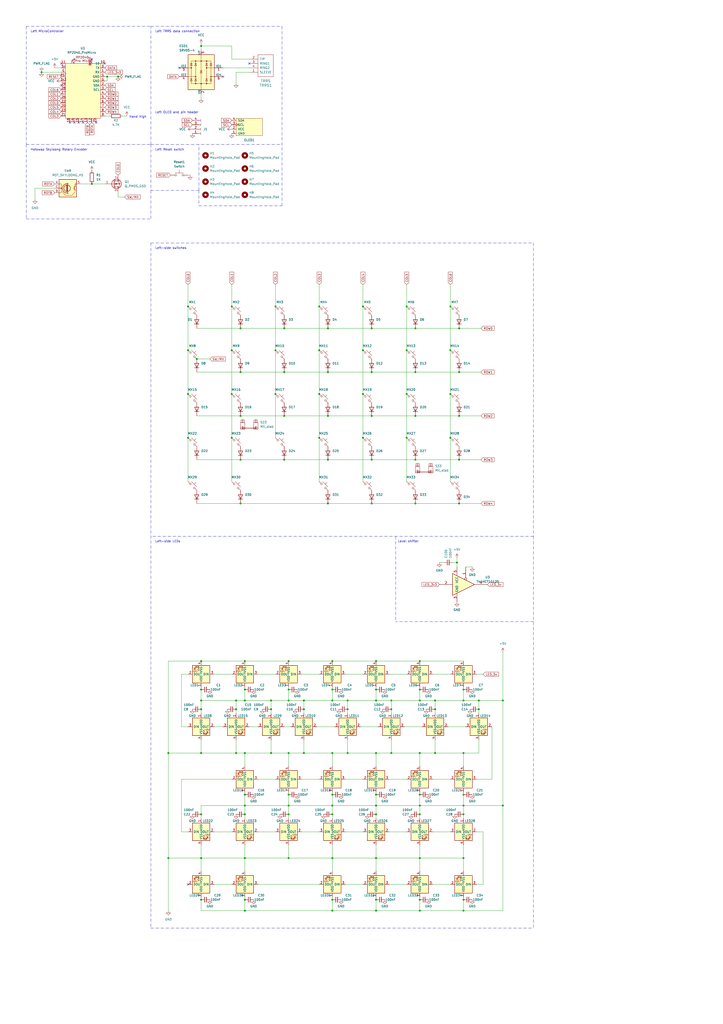
<source format=kicad_sch>
(kicad_sch (version 20230121) (generator eeschema)
  (paper "A2" portrait)
  (title_block (title "Win spit"))
  (junction (at 218.44 383.54))
  (junction (at 190.5 215.9))
  (junction (at 142.24 497.84))
  (junction (at 157.48 436.88))
  (junction (at 269.24 400.05))
  (junction (at 193.04 406.4))
  (junction (at 142.24 461.01))
  (junction (at 227.33 436.88))
  (junction (at 167.64 497.84))
  (junction (at 265.43 326.39))
  (junction (at 215.9 292.1))
  (junction (at 215.9 190.5))
  (junction (at 269.24 467.36))
  (junction (at 278.13 406.4))
  (junction (at 269.24 521.97))
  (junction (at 116.84 411.48))
  (junction (at 218.44 521.97))
  (junction (at 266.7 292.1))
  (junction (at 252.73 411.48))
  (junction (at 269.24 472.44))
  (junction (at 243.84 467.36))
  (junction (at 165.1 266.7))
  (junction (at 160.02 177.8))
  (junction (at 243.84 406.4))
  (junction (at 165.1 215.9))
  (junction (at 210.82 203.2))
  (junction (at 201.93 406.4))
  (junction (at 266.7 215.9))
  (junction (at 157.48 411.48))
  (junction (at 142.24 383.54))
  (junction (at 241.3 241.3))
  (junction (at 241.3 266.7))
  (junction (at 241.3 215.9))
  (junction (at 243.84 521.97))
  (junction (at 167.64 472.44))
  (junction (at 157.48 406.4))
  (junction (at 176.53 406.4))
  (junction (at 139.7 292.1))
  (junction (at 142.24 521.97))
  (junction (at 243.84 497.84))
  (junction (at 114.3 208.28))
  (junction (at 218.44 400.05))
  (junction (at 266.7 190.5))
  (junction (at 139.7 190.5))
  (junction (at 269.24 406.4))
  (junction (at 116.84 436.88))
  (junction (at 109.22 254))
  (junction (at 137.16 406.4))
  (junction (at 201.93 411.48))
  (junction (at 210.82 177.8))
  (junction (at 139.7 241.3))
  (junction (at 142.24 400.05))
  (junction (at 193.04 528.32))
  (junction (at 261.62 254))
  (junction (at 185.42 177.8))
  (junction (at 165.1 241.3))
  (junction (at 266.7 241.3))
  (junction (at 185.42 203.2))
  (junction (at 167.64 461.01))
  (junction (at 210.82 228.6))
  (junction (at 266.7 266.7))
  (junction (at 252.73 406.4))
  (junction (at 193.04 497.84))
  (junction (at 142.24 406.4))
  (junction (at 193.04 436.88))
  (junction (at 218.44 461.01))
  (junction (at 116.84 497.84))
  (junction (at 160.02 203.2))
  (junction (at 269.24 436.88))
  (junction (at 160.02 228.6))
  (junction (at 116.84 383.54))
  (junction (at 109.22 177.8))
  (junction (at 142.24 472.44))
  (junction (at 97.79 497.84))
  (junction (at 193.04 521.97))
  (junction (at 134.62 203.2))
  (junction (at 236.22 177.8))
  (junction (at 269.24 497.84))
  (junction (at 210.82 254))
  (junction (at 218.44 406.4))
  (junction (at 139.7 266.7))
  (junction (at 261.62 177.8))
  (junction (at 269.24 528.32))
  (junction (at 201.93 436.88))
  (junction (at 215.9 241.3))
  (junction (at 134.62 228.6))
  (junction (at 243.84 472.44))
  (junction (at 261.62 228.6))
  (junction (at 167.64 467.36))
  (junction (at 109.22 203.2))
  (junction (at 185.42 228.6))
  (junction (at 243.84 436.88))
  (junction (at 134.62 254))
  (junction (at 137.16 436.88))
  (junction (at 190.5 292.1))
  (junction (at 116.84 521.97))
  (junction (at 97.79 436.88))
  (junction (at 116.84 472.44))
  (junction (at 116.84 400.05))
  (junction (at 218.44 472.44))
  (junction (at 62.23 44.45))
  (junction (at 243.84 383.54))
  (junction (at 116.84 26.67))
  (junction (at 134.62 177.8))
  (junction (at 24.13 41.91))
  (junction (at 190.5 266.7))
  (junction (at 53.34 106.68))
  (junction (at 243.84 528.32))
  (junction (at 190.5 190.5))
  (junction (at 278.13 411.48))
  (junction (at 218.44 467.36))
  (junction (at 193.04 467.36))
  (junction (at 215.9 266.7))
  (junction (at 236.22 203.2))
  (junction (at 218.44 497.84))
  (junction (at 218.44 436.88))
  (junction (at 227.33 411.48))
  (junction (at 142.24 436.88))
  (junction (at 215.9 215.9))
  (junction (at 139.7 215.9))
  (junction (at 241.3 292.1))
  (junction (at 241.3 190.5))
  (junction (at 116.84 406.4))
  (junction (at 176.53 411.48))
  (junction (at 243.84 400.05))
  (junction (at 68.58 44.45))
  (junction (at 252.73 436.88))
  (junction (at 193.04 400.05))
  (junction (at 190.5 241.3))
  (junction (at 185.42 254))
  (junction (at 236.22 228.6))
  (junction (at 292.1 467.36))
  (junction (at 243.84 461.01))
  (junction (at 167.64 383.54))
  (junction (at 142.24 528.32))
  (junction (at 292.1 406.4))
  (junction (at 193.04 383.54))
  (junction (at 176.53 436.88))
  (junction (at 193.04 472.44))
  (junction (at 167.64 436.88))
  (junction (at 269.24 461.01))
  (junction (at 165.1 190.5))
  (junction (at 167.64 400.05))
  (junction (at 261.62 203.2))
  (junction (at 167.64 406.4))
  (junction (at 218.44 528.32))
  (junction (at 137.16 411.48))
  (junction (at 109.22 228.6))
  (junction (at 142.24 467.36))
  (junction (at 227.33 406.4))
  (junction (at 236.22 254))
  (junction (at 193.04 461.01))
  (no_connect (at 129.54 44.45))
  (no_connect (at 43.18 34.29))
  (no_connect (at 104.14 39.37))
  (no_connect (at 35.56 49.53))
  (no_connect (at 60.96 36.83))
  (no_connect (at 55.88 71.12))
  (no_connect (at 144.78 36.83))
  (no_connect (at 40.64 71.12))
  (no_connect (at 35.56 36.83))
  (no_connect (at 43.18 71.12))
  (no_connect (at 45.72 71.12))
  (no_connect (at 53.34 34.29))
  (no_connect (at 48.26 71.12))
  (no_connect (at 109.22 513.08))
  (wire (pts (xy 243.84 521.97) (xy 243.84 528.32)))
  (wire (pts (xy 134.62 26.67) (xy 116.84 26.67)))
  (wire (pts (xy 116.84 411.48) (xy 116.84 414.02)))
  (wire (pts (xy 261.62 165.1) (xy 261.62 177.8)))
  (wire (pts (xy 110.49 101.6) (xy 109.22 101.6)))
  (wire (pts (xy 218.44 497.84) (xy 218.44 505.46)))
  (wire (pts (xy 116.84 26.67) (xy 116.84 29.21)))
  (wire (pts (xy 269.24 497.84) (xy 269.24 505.46)))
  (polyline (pts (xy 15.24 83.82) (xy 87.63 83.82)) (stroke (width 0) (type dash_dot)))
  (wire (pts (xy 114.3 292.1) (xy 139.7 292.1)))
  (wire (pts (xy 160.02 177.8) (xy 160.02 203.2)))
  (wire (pts (xy 218.44 383.54) (xy 193.04 383.54)))
  (wire (pts (xy 278.13 411.48) (xy 278.13 414.02)))
  (wire (pts (xy 265.43 323.85) (xy 265.43 326.39)))
  (polyline (pts (xy 115.57 119.38) (xy 163.83 119.38)) (stroke (width 0) (type dash_dot)))
  (wire (pts (xy 185.42 254) (xy 185.42 279.4)))
  (wire (pts (xy 129.54 421.64) (xy 124.46 421.64)))
  (wire (pts (xy 149.86 452.12) (xy 160.02 452.12)))
  (wire (pts (xy 269.24 400.05) (xy 269.24 406.4)))
  (wire (pts (xy 241.3 241.3) (xy 266.7 241.3)))
  (wire (pts (xy 116.84 400.05) (xy 116.84 406.4)))
  (wire (pts (xy 97.79 497.84) (xy 116.84 497.84)))
  (wire (pts (xy 190.5 215.9) (xy 165.1 215.9)))
  (wire (pts (xy 142.24 406.4) (xy 157.48 406.4)))
  (wire (pts (xy 218.44 467.36) (xy 218.44 472.44)))
  (wire (pts (xy 201.93 429.26) (xy 201.93 436.88)))
  (wire (pts (xy 193.04 398.78) (xy 193.04 400.05)))
  (wire (pts (xy 236.22 228.6) (xy 236.22 254)))
  (wire (pts (xy 261.62 203.2) (xy 261.62 228.6)))
  (wire (pts (xy 116.84 520.7) (xy 116.84 521.97)))
  (wire (pts (xy 276.86 452.12) (xy 285.75 452.12)))
  (wire (pts (xy 269.24 406.4) (xy 278.13 406.4)))
  (wire (pts (xy 142.24 459.74) (xy 142.24 461.01)))
  (wire (pts (xy 167.64 467.36) (xy 193.04 467.36)))
  (wire (pts (xy 167.64 467.36) (xy 167.64 472.44)))
  (wire (pts (xy 218.44 528.32) (xy 243.84 528.32)))
  (wire (pts (xy 167.64 497.84) (xy 193.04 497.84)))
  (wire (pts (xy 234.95 421.64) (xy 245.11 421.64)))
  (wire (pts (xy 193.04 472.44) (xy 193.04 474.98)))
  (wire (pts (xy 201.93 411.48) (xy 201.93 414.02)))
  (wire (pts (xy 97.79 383.54) (xy 116.84 383.54)))
  (wire (pts (xy 139.7 241.3) (xy 165.1 241.3)))
  (wire (pts (xy 116.84 521.97) (xy 116.84 528.32)))
  (wire (pts (xy 142.24 497.84) (xy 142.24 505.46)))
  (wire (pts (xy 218.44 398.78) (xy 218.44 400.05)))
  (wire (pts (xy 176.53 406.4) (xy 176.53 411.48)))
  (wire (pts (xy 243.84 461.01) (xy 243.84 467.36)))
  (wire (pts (xy 218.44 497.84) (xy 243.84 497.84)))
  (wire (pts (xy 116.84 497.84) (xy 142.24 497.84)))
  (wire (pts (xy 193.04 497.84) (xy 218.44 497.84)))
  (wire (pts (xy 105.41 391.16) (xy 105.41 421.64)))
  (wire (pts (xy 226.06 513.08) (xy 236.22 513.08)))
  (wire (pts (xy 209.55 421.64) (xy 219.71 421.64)))
  (wire (pts (xy 139.7 215.9) (xy 165.1 215.9)))
  (wire (pts (xy 227.33 406.4) (xy 243.84 406.4)))
  (wire (pts (xy 227.33 406.4) (xy 227.33 411.48)))
  (wire (pts (xy 97.79 436.88) (xy 97.79 497.84)))
  (wire (pts (xy 236.22 254) (xy 236.22 279.4)))
  (wire (pts (xy 142.24 528.32) (xy 193.04 528.32)))
  (wire (pts (xy 157.48 406.4) (xy 157.48 411.48)))
  (wire (pts (xy 193.04 521.97) (xy 193.04 528.32)))
  (wire (pts (xy 269.24 467.36) (xy 292.1 467.36)))
  (wire (pts (xy 149.86 391.16) (xy 160.02 391.16)))
  (wire (pts (xy 167.64 398.78) (xy 167.64 400.05)))
  (polyline (pts (xy 87.63 83.82) (xy 163.83 83.82)) (stroke (width 0) (type dash_dot)))
  (polyline (pts (xy 87.63 110.49) (xy 87.63 127)) (stroke (width 0) (type dash_dot)))
  (wire (pts (xy 193.04 461.01) (xy 193.04 467.36)))
  (wire (pts (xy 278.13 429.26) (xy 278.13 436.88)))
  (polyline (pts (xy 309.88 311.15) (xy 309.88 538.48)) (stroke (width 0) (type dash_dot)))
  (wire (pts (xy 269.24 472.44) (xy 269.24 474.98)))
  (wire (pts (xy 116.84 406.4) (xy 116.84 411.48)))
  (wire (pts (xy 114.3 215.9) (xy 139.7 215.9)))
  (wire (pts (xy 185.42 228.6) (xy 185.42 254)))
  (wire (pts (xy 142.24 467.36) (xy 142.24 472.44)))
  (wire (pts (xy 269.24 520.7) (xy 269.24 521.97)))
  (wire (pts (xy 160.02 165.1) (xy 160.02 177.8)))
  (wire (pts (xy 280.67 482.6) (xy 280.67 513.08)))
  (wire (pts (xy 215.9 241.3) (xy 241.3 241.3)))
  (wire (pts (xy 160.02 228.6) (xy 160.02 254)))
  (wire (pts (xy 167.64 436.88) (xy 167.64 444.5)))
  (wire (pts (xy 114.3 241.3) (xy 139.7 241.3)))
  (wire (pts (xy 116.84 406.4) (xy 137.16 406.4)))
  (wire (pts (xy 241.3 266.7) (xy 215.9 266.7)))
  (wire (pts (xy 243.84 459.74) (xy 243.84 461.01)))
  (wire (pts (xy 243.84 467.36) (xy 243.84 472.44)))
  (wire (pts (xy 226.06 391.16) (xy 236.22 391.16)))
  (wire (pts (xy 243.84 383.54) (xy 218.44 383.54)))
  (wire (pts (xy 261.62 177.8) (xy 261.62 203.2)))
  (wire (pts (xy 210.82 228.6) (xy 210.82 254)))
  (wire (pts (xy 109.22 254) (xy 109.22 279.4)))
  (wire (pts (xy 210.82 203.2) (xy 210.82 228.6)))
  (wire (pts (xy 185.42 165.1) (xy 185.42 177.8)))
  (wire (pts (xy 167.64 461.01) (xy 167.64 467.36)))
  (wire (pts (xy 252.73 436.88) (xy 269.24 436.88)))
  (wire (pts (xy 157.48 429.26) (xy 157.48 436.88)))
  (wire (pts (xy 210.82 165.1) (xy 210.82 177.8)))
  (wire (pts (xy 109.22 203.2) (xy 109.22 228.6)))
  (wire (pts (xy 165.1 190.5) (xy 190.5 190.5)))
  (wire (pts (xy 105.41 482.6) (xy 109.22 482.6)))
  (wire (pts (xy 279.4 241.3) (xy 266.7 241.3)))
  (wire (pts (xy 193.04 528.32) (xy 218.44 528.32)))
  (wire (pts (xy 129.54 39.37) (xy 144.78 39.37)))
  (polyline (pts (xy 87.63 15.24) (xy 163.83 15.24)) (stroke (width 0) (type dash_dot)))
  (wire (pts (xy 24.13 41.91) (xy 35.56 41.91)))
  (wire (pts (xy 292.1 378.46) (xy 292.1 406.4)))
  (wire (pts (xy 176.53 436.88) (xy 193.04 436.88)))
  (wire (pts (xy 193.04 520.7) (xy 193.04 521.97)))
  (polyline (pts (xy 15.24 15.24) (xy 87.63 15.24)) (stroke (width 0) (type dash_dot)))
  (wire (pts (xy 116.84 497.84) (xy 116.84 505.46)))
  (polyline (pts (xy 87.63 110.49) (xy 115.57 110.49)) (stroke (width 0) (type dash_dot)))
  (wire (pts (xy 201.93 436.88) (xy 218.44 436.88)))
  (polyline (pts (xy 87.63 83.82) (xy 87.63 15.24)) (stroke (width 0) (type dash_dot)))
  (wire (pts (xy 116.84 528.32) (xy 142.24 528.32)))
  (wire (pts (xy 144.78 41.91) (xy 137.16 41.91)))
  (polyline (pts (xy 163.83 15.24) (xy 163.83 119.38)) (stroke (width 0) (type dash_dot)))
  (wire (pts (xy 200.66 452.12) (xy 210.82 452.12)))
  (wire (pts (xy 243.84 497.84) (xy 269.24 497.84)))
  (wire (pts (xy 167.64 406.4) (xy 176.53 406.4)))
  (wire (pts (xy 201.93 406.4) (xy 201.93 411.48)))
  (wire (pts (xy 190.5 266.7) (xy 215.9 266.7)))
  (wire (pts (xy 116.84 54.61) (xy 116.84 57.15)))
  (wire (pts (xy 60.96 67.31) (xy 63.5 67.31)))
  (wire (pts (xy 97.79 497.84) (xy 97.79 528.32)))
  (wire (pts (xy 276.86 391.16) (xy 280.67 391.16)))
  (wire (pts (xy 190.5 190.5) (xy 215.9 190.5)))
  (wire (pts (xy 142.24 520.7) (xy 142.24 521.97)))
  (polyline (pts (xy 115.57 110.49) (xy 115.57 119.38)) (stroke (width 0) (type dash_dot)))
  (wire (pts (xy 266.7 190.5) (xy 279.4 190.5)))
  (wire (pts (xy 190.5 215.9) (xy 215.9 215.9)))
  (wire (pts (xy 243.84 406.4) (xy 252.73 406.4)))
  (wire (pts (xy 139.7 266.7) (xy 114.3 266.7)))
  (wire (pts (xy 200.66 391.16) (xy 210.82 391.16)))
  (wire (pts (xy 261.62 228.6) (xy 261.62 254)))
  (wire (pts (xy 218.44 490.22) (xy 218.44 497.84)))
  (wire (pts (xy 109.22 228.6) (xy 109.22 254)))
  (wire (pts (xy 134.62 228.6) (xy 134.62 254)))
  (wire (pts (xy 190.5 292.1) (xy 215.9 292.1)))
  (wire (pts (xy 175.26 452.12) (xy 185.42 452.12)))
  (wire (pts (xy 251.46 482.6) (xy 261.62 482.6)))
  (wire (pts (xy 227.33 429.26) (xy 227.33 436.88)))
  (wire (pts (xy 218.44 472.44) (xy 218.44 474.98)))
  (wire (pts (xy 241.3 292.1) (xy 215.9 292.1)))
  (wire (pts (xy 167.64 400.05) (xy 167.64 406.4)))
  (wire (pts (xy 60.96 46.99) (xy 62.23 46.99)))
  (wire (pts (xy 193.04 436.88) (xy 193.04 444.5)))
  (wire (pts (xy 157.48 411.48) (xy 157.48 414.02)))
  (wire (pts (xy 251.46 513.08) (xy 261.62 513.08)))
  (wire (pts (xy 142.24 400.05) (xy 142.24 406.4)))
  (wire (pts (xy 243.84 400.05) (xy 243.84 406.4)))
  (polyline (pts (xy 115.57 110.49) (xy 115.57 83.82)) (stroke (width 0) (type dash_dot)))
  (wire (pts (xy 124.46 391.16) (xy 134.62 391.16)))
  (wire (pts (xy 243.84 472.44) (xy 243.84 474.98)))
  (polyline (pts (xy 87.63 140.97) (xy 87.63 538.48)) (stroke (width 0) (type dash_dot)))
  (wire (pts (xy 262.89 326.39) (xy 265.43 326.39)))
  (wire (pts (xy 278.13 436.88) (xy 269.24 436.88)))
  (wire (pts (xy 134.62 34.29) (xy 144.78 34.29)))
  (wire (pts (xy 116.84 436.88) (xy 137.16 436.88)))
  (wire (pts (xy 116.84 490.22) (xy 116.84 497.84)))
  (wire (pts (xy 165.1 241.3) (xy 190.5 241.3)))
  (wire (pts (xy 142.24 497.84) (xy 167.64 497.84)))
  (wire (pts (xy 142.24 436.88) (xy 142.24 444.5)))
  (wire (pts (xy 139.7 190.5) (xy 165.1 190.5)))
  (wire (pts (xy 137.16 429.26) (xy 137.16 436.88)))
  (wire (pts (xy 137.16 406.4) (xy 137.16 411.48)))
  (wire (pts (xy 134.62 165.1) (xy 134.62 177.8)))
  (wire (pts (xy 252.73 411.48) (xy 252.73 414.02)))
  (wire (pts (xy 218.44 436.88) (xy 227.33 436.88)))
  (wire (pts (xy 116.84 472.44) (xy 116.84 474.98)))
  (wire (pts (xy 227.33 436.88) (xy 243.84 436.88)))
  (wire (pts (xy 142.24 472.44) (xy 142.24 474.98)))
  (wire (pts (xy 167.64 383.54) (xy 142.24 383.54)))
  (polyline (pts (xy 309.88 311.15) (xy 87.63 311.15)) (stroke (width 0) (type dash_dot)))
  (wire (pts (xy 142.24 398.78) (xy 142.24 400.05)))
  (wire (pts (xy 116.84 467.36) (xy 116.84 472.44)))
  (wire (pts (xy 176.53 406.4) (xy 193.04 406.4)))
  (wire (pts (xy 269.24 521.97) (xy 269.24 528.32)))
  (wire (pts (xy 269.24 528.32) (xy 292.1 528.32)))
  (wire (pts (xy 243.84 497.84) (xy 243.84 505.46)))
  (wire (pts (xy 167.64 459.74) (xy 167.64 461.01)))
  (wire (pts (xy 114.3 190.5) (xy 139.7 190.5)))
  (wire (pts (xy 210.82 254) (xy 210.82 279.4)))
  (wire (pts (xy 252.73 429.26) (xy 252.73 436.88)))
  (wire (pts (xy 31.75 109.22) (xy 20.32 109.22)))
  (wire (pts (xy 139.7 292.1) (xy 190.5 292.1)))
  (wire (pts (xy 142.24 521.97) (xy 142.24 528.32)))
  (wire (pts (xy 251.46 391.16) (xy 261.62 391.16)))
  (polyline (pts (xy 87.63 140.97) (xy 309.88 140.97)) (stroke (width 0) (type dash_dot)))
  (wire (pts (xy 167.64 472.44) (xy 167.64 474.98)))
  (wire (pts (xy 193.04 436.88) (xy 201.93 436.88)))
  (wire (pts (xy 218.44 400.05) (xy 218.44 406.4)))
  (polyline (pts (xy 309.88 360.68) (xy 229.87 360.68)) (stroke (width 0) (type dash_dot)))
  (wire (pts (xy 241.3 215.9) (xy 266.7 215.9)))
  (wire (pts (xy 236.22 177.8) (xy 236.22 203.2)))
  (wire (pts (xy 269.24 490.22) (xy 269.24 497.84)))
  (wire (pts (xy 116.84 398.78) (xy 116.84 400.05)))
  (wire (pts (xy 134.62 34.29) (xy 134.62 26.67)))
  (wire (pts (xy 278.13 406.4) (xy 292.1 406.4)))
  (wire (pts (xy 241.3 190.5) (xy 266.7 190.5)))
  (wire (pts (xy 252.73 406.4) (xy 269.24 406.4)))
  (wire (pts (xy 20.32 109.22) (xy 20.32 115.57)))
  (wire (pts (xy 105.41 452.12) (xy 134.62 452.12)))
  (wire (pts (xy 176.53 411.48) (xy 176.53 414.02)))
  (wire (pts (xy 139.7 266.7) (xy 165.1 266.7)))
  (polyline (pts (xy 309.88 140.97) (xy 309.88 311.15)) (stroke (width 0) (type dash_dot)))
  (wire (pts (xy 243.84 520.7) (xy 243.84 521.97)))
  (wire (pts (xy 105.41 452.12) (xy 105.41 482.6)))
  (wire (pts (xy 167.64 490.22) (xy 167.64 497.84)))
  (wire (pts (xy 97.79 383.54) (xy 97.79 436.88)))
  (wire (pts (xy 149.86 513.08) (xy 185.42 513.08)))
  (wire (pts (xy 142.24 436.88) (xy 157.48 436.88)))
  (wire (pts (xy 243.84 398.78) (xy 243.84 400.05)))
  (wire (pts (xy 149.86 421.64) (xy 144.78 421.64)))
  (polyline (pts (xy 15.24 127) (xy 87.63 127)) (stroke (width 0) (type dash_dot)))
  (wire (pts (xy 175.26 482.6) (xy 185.42 482.6)))
  (wire (pts (xy 236.22 165.1) (xy 236.22 177.8)))
  (wire (pts (xy 270.51 328.93) (xy 274.32 328.93)))
  (wire (pts (xy 142.24 467.36) (xy 167.64 467.36)))
  (wire (pts (xy 109.22 177.8) (xy 109.22 203.2)))
  (wire (pts (xy 218.44 436.88) (xy 218.44 444.5)))
  (wire (pts (xy 218.44 467.36) (xy 243.84 467.36)))
  (wire (pts (xy 68.58 44.45) (xy 62.23 44.45)))
  (wire (pts (xy 137.16 436.88) (xy 142.24 436.88)))
  (wire (pts (xy 116.84 25.4) (xy 116.84 26.67)))
  (polyline (pts (xy 15.24 15.24) (xy 15.24 83.82)) (stroke (width 0) (type dash_dot)))
  (wire (pts (xy 165.1 266.7) (xy 190.5 266.7)))
  (wire (pts (xy 46.99 106.68) (xy 53.34 106.68)))
  (wire (pts (xy 292.1 406.4) (xy 292.1 467.36)))
  (wire (pts (xy 193.04 459.74) (xy 193.04 461.01)))
  (wire (pts (xy 190.5 241.3) (xy 215.9 241.3)))
  (wire (pts (xy 269.24 398.78) (xy 269.24 400.05)))
  (wire (pts (xy 121.92 208.28) (xy 114.3 208.28)))
  (wire (pts (xy 243.84 490.22) (xy 243.84 497.84)))
  (wire (pts (xy 241.3 266.7) (xy 266.7 266.7)))
  (polyline (pts (xy 15.24 83.82) (xy 15.24 127)) (stroke (width 0) (type dash_dot)))
  (wire (pts (xy 167.64 436.88) (xy 176.53 436.88)))
  (wire (pts (xy 116.84 436.88) (xy 97.79 436.88)))
  (wire (pts (xy 109.22 165.1) (xy 109.22 177.8)))
  (wire (pts (xy 201.93 406.4) (xy 218.44 406.4)))
  (wire (pts (xy 269.24 459.74) (xy 269.24 461.01)))
  (wire (pts (xy 261.62 254) (xy 261.62 279.4)))
  (wire (pts (xy 53.34 106.68) (xy 60.96 106.68)))
  (wire (pts (xy 218.44 406.4) (xy 227.33 406.4)))
  (polyline (pts (xy 87.63 83.82) (xy 87.63 110.49)) (stroke (width 0) (type dash_dot)))
  (wire (pts (xy 31.75 39.37) (xy 35.56 39.37)))
  (wire (pts (xy 251.46 452.12) (xy 261.62 452.12)))
  (wire (pts (xy 193.04 467.36) (xy 218.44 467.36)))
  (wire (pts (xy 193.04 490.22) (xy 193.04 497.84)))
  (wire (pts (xy 215.9 190.5) (xy 241.3 190.5)))
  (polyline (pts (xy 229.87 311.15) (xy 229.87 360.68)) (stroke (width 0) (type dash_dot)))
  (wire (pts (xy 137.16 41.91) (xy 137.16 48.26)))
  (wire (pts (xy 276.86 513.08) (xy 280.67 513.08)))
  (wire (pts (xy 269.24 461.01) (xy 269.24 467.36)))
  (wire (pts (xy 193.04 383.54) (xy 167.64 383.54)))
  (wire (pts (xy 71.12 67.31) (xy 73.66 67.31)))
  (wire (pts (xy 185.42 203.2) (xy 185.42 228.6)))
  (wire (pts (xy 62.23 44.45) (xy 60.96 44.45)))
  (wire (pts (xy 142.24 490.22) (xy 142.24 497.84)))
  (wire (pts (xy 269.24 467.36) (xy 269.24 472.44)))
  (wire (pts (xy 137.16 406.4) (xy 142.24 406.4)))
  (wire (pts (xy 279.4 215.9) (xy 266.7 215.9)))
  (wire (pts (xy 185.42 177.8) (xy 185.42 203.2)))
  (wire (pts (xy 142.24 461.01) (xy 142.24 467.36)))
  (wire (pts (xy 210.82 177.8) (xy 210.82 203.2)))
  (wire (pts (xy 226.06 452.12) (xy 236.22 452.12)))
  (wire (pts (xy 134.62 177.8) (xy 134.62 203.2)))
  (wire (pts (xy 116.84 467.36) (xy 142.24 467.36)))
  (wire (pts (xy 149.86 482.6) (xy 160.02 482.6)))
  (wire (pts (xy 269.24 383.54) (xy 243.84 383.54)))
  (wire (pts (xy 200.66 482.6) (xy 210.82 482.6)))
  (wire (pts (xy 193.04 467.36) (xy 193.04 472.44)))
  (wire (pts (xy 255.27 326.39) (xy 257.81 326.39)))
  (wire (pts (xy 105.41 421.64) (xy 109.22 421.64)))
  (wire (pts (xy 193.04 406.4) (xy 201.93 406.4)))
  (wire (pts (xy 116.84 429.26) (xy 116.84 436.88)))
  (wire (pts (xy 236.22 203.2) (xy 236.22 228.6)))
  (wire (pts (xy 243.84 528.32) (xy 269.24 528.32)))
  (wire (pts (xy 124.46 513.08) (xy 134.62 513.08)))
  (wire (pts (xy 276.86 482.6) (xy 280.67 482.6)))
  (wire (pts (xy 68.58 114.3) (xy 72.39 114.3)))
  (wire (pts (xy 193.04 400.05) (xy 193.04 406.4)))
  (wire (pts (xy 105.41 391.16) (xy 109.22 391.16)))
  (wire (pts (xy 260.35 421.64) (xy 270.51 421.64)))
  (wire (pts (xy 157.48 436.88) (xy 167.64 436.88)))
  (wire (pts (xy 243.84 436.88) (xy 252.73 436.88)))
  (wire (pts (xy 62.23 46.99) (xy 62.23 44.45)))
  (wire (pts (xy 68.58 111.76) (xy 68.58 114.3)))
  (wire (pts (xy 137.16 411.48) (xy 137.16 414.02)))
  (wire (pts (xy 218.44 521.97) (xy 218.44 528.32)))
  (wire (pts (xy 279.4 292.1) (xy 266.7 292.1)))
  (wire (pts (xy 269.24 436.88) (xy 269.24 444.5)))
  (wire (pts (xy 278.13 406.4) (xy 278.13 411.48)))
  (wire (pts (xy 160.02 203.2) (xy 160.02 228.6)))
  (wire (pts (xy 175.26 391.16) (xy 185.42 391.16)))
  (wire (pts (xy 200.66 513.08) (xy 210.82 513.08)))
  (wire (pts (xy 279.4 266.7) (xy 266.7 266.7)))
  (wire (pts (xy 134.62 203.2) (xy 134.62 228.6)))
  (wire (pts (xy 215.9 215.9) (xy 241.3 215.9)))
  (polyline (pts (xy 87.63 538.48) (xy 309.88 538.48)) (stroke (width 0) (type dash_dot)))
  (wire (pts (xy 292.1 467.36) (xy 292.1 528.32)))
  (wire (pts (xy 227.33 411.48) (xy 227.33 414.02)))
  (wire (pts (xy 243.84 436.88) (xy 243.84 444.5)))
  (wire (pts (xy 218.44 461.01) (xy 218.44 467.36)))
  (wire (pts (xy 226.06 482.6) (xy 236.22 482.6)))
  (wire (pts (xy 241.3 292.1) (xy 266.7 292.1)))
  (wire (pts (xy 165.1 421.64) (xy 168.91 421.64)))
  (wire (pts (xy 218.44 459.74) (xy 218.44 461.01)))
  (wire (pts (xy 176.53 429.26) (xy 176.53 436.88)))
  (wire (pts (xy 193.04 497.84) (xy 193.04 505.46)))
  (wire (pts (xy 134.62 254) (xy 134.62 279.4)))
  (wire (pts (xy 218.44 520.7) (xy 218.44 521.97)))
  (wire (pts (xy 184.15 421.64) (xy 194.31 421.64)))
  (wire (pts (xy 142.24 383.54) (xy 116.84 383.54)))
  (wire (pts (xy 265.43 326.39) (xy 265.43 328.93)))
  (wire (pts (xy 285.75 421.64) (xy 285.75 452.12)))
  (wire (pts (xy 157.48 406.4) (xy 167.64 406.4)))
  (wire (pts (xy 243.84 467.36) (xy 269.24 467.36)))
  (wire (pts (xy 252.73 406.4) (xy 252.73 411.48)))
  (wire (pts (xy 124.46 482.6) (xy 134.62 482.6)))
  (text "Left-side switches" (at 90.17 144.78 0) (effects (font (size 1.27 1.27)) (justify left bottom)))
  (text "Left MicroController" (at 17.78 19.05 0) (effects (font (size 1.27 1.27)) (justify left bottom)))
  (text "Left Reset switch\n" (at 90.17 87.63 0) (effects (font (size 1.27 1.27)) (justify left bottom)))
  (text "Left OLED and pin header" (at 90.17 66.04 0) (effects (font (size 1.27 1.27)) (justify left bottom)))
  (text "Level shifter\n" (at 231.14 314.96 0) (effects (font (size 1.27 1.27)) (justify left bottom)))
  (text "Left-side LEDs" (at 90.17 314.96 0) (effects (font (size 1.27 1.27)) (justify left bottom)))
  (text "Hand high" (at 85.09 68.58 0) (effects (font (size 1.27 1.27)) (justify right bottom)))
  (text "Left TRRS data connection\n" (at 90.17 19.05 0) (effects (font (size 1.27 1.27)) (justify left bottom)))
  (text "Hotswap Skyloong Rotary Encoder\n" (at 17.78 87.63 0) (effects (font (size 1.27 1.27)) (justify left bottom)))
  (global_label "ROW2" (shape input) (at 60.96 59.69 0) (property "Intersheetrefs" "${INTERSHEET_REFS}" (effects hide)))
  (global_label "COL3" (shape input) (at 185.42 165.1 90) (property "Intersheetrefs" "${INTERSHEET_REFS}" (effects hide)))
  (global_label "ROW1" (shape input) (at 279.4 215.9 0) (property "Intersheetrefs" "${INTERSHEET_REFS}" (effects hide)))
  (global_label "LED_5v" (shape input) (at 283.21 339.09 0) (property "Intersheetrefs" "${INTERSHEET_REFS}" (effects hide)))
  (global_label "ROW4" (shape input) (at 279.4 292.1 0) (property "Intersheetrefs" "${INTERSHEET_REFS}" (effects hide)))
  (global_label "SDA" (shape input) (at 111.76 69.85 180) (property "Intersheetrefs" "${INTERSHEET_REFS}" (effects hide)))
  (global_label "COL0" (shape input) (at 68.58 101.6 90) (property "Intersheetrefs" "${INTERSHEET_REFS}" (effects hide)))
  (global_label "SCL" (shape input) (at 134.62 72.39 180) (property "Intersheetrefs" "${INTERSHEET_REFS}" (effects hide)))
  (global_label "DATA" (shape input) (at 60.96 39.37 0) (property "Intersheetrefs" "${INTERSHEET_REFS}" (effects hide)))
  (global_label "DATA" (shape input) (at 104.14 44.45 180) (property "Intersheetrefs" "${INTERSHEET_REFS}" (effects hide)))
  (global_label "ROW0" (shape input) (at 60.96 54.61 0) (property "Intersheetrefs" "${INTERSHEET_REFS}" (effects hide)))
  (global_label "ROTA" (shape input) (at 53.34 71.12 270) (property "Intersheetrefs" "${INTERSHEET_REFS}" (effects hide)))
  (global_label "ROW2" (shape input) (at 279.4 241.3 0) (property "Intersheetrefs" "${INTERSHEET_REFS}" (effects hide)))
  (global_label "ROW1" (shape input) (at 60.96 57.15 0) (property "Intersheetrefs" "${INTERSHEET_REFS}" (effects hide)))
  (global_label "ROW3" (shape input) (at 60.96 62.23 0) (property "Intersheetrefs" "${INTERSHEET_REFS}" (effects hide)))
  (global_label "ROTA" (shape input) (at 31.75 106.68 180) (property "Intersheetrefs" "${INTERSHEET_REFS}" (effects hide)))
  (global_label "LED_3v3" (shape input) (at 60.96 41.91 0) (property "Intersheetrefs" "${INTERSHEET_REFS}" (effects hide)))
  (global_label "RESET" (shape input) (at 35.56 44.45 180) (property "Intersheetrefs" "${INTERSHEET_REFS}" (effects hide)))
  (global_label "SW{slash}MX" (shape input) (at 72.39 114.3 0) (property "Intersheetrefs" "${INTERSHEET_REFS}" (effects hide)))
  (global_label "SCL" (shape input) (at 111.76 72.39 180) (property "Intersheetrefs" "${INTERSHEET_REFS}" (effects hide)))
  (global_label "COL6" (shape input) (at 35.56 52.07 180) (property "Intersheetrefs" "${INTERSHEET_REFS}" (effects hide)))
  (global_label "ROTB" (shape input) (at 50.8 71.12 270) (property "Intersheetrefs" "${INTERSHEET_REFS}" (effects hide)))
  (global_label "ROW0" (shape input) (at 279.4 190.5 0) (property "Intersheetrefs" "${INTERSHEET_REFS}" (effects hide)))
  (global_label "COL2" (shape input) (at 160.02 165.1 90) (property "Intersheetrefs" "${INTERSHEET_REFS}" (effects hide)))
  (global_label "LED_5v" (shape input) (at 280.67 391.16 0) (property "Intersheetrefs" "${INTERSHEET_REFS}" (effects hide)))
  (global_label "RESET" (shape input) (at 99.06 101.6 180) (property "Intersheetrefs" "${INTERSHEET_REFS}" (effects hide)))
  (global_label "LED_3v3" (shape input) (at 255.27 339.09 180) (property "Intersheetrefs" "${INTERSHEET_REFS}" (effects hide)))
  (global_label "COL1" (shape input) (at 134.62 165.1 90) (property "Intersheetrefs" "${INTERSHEET_REFS}" (effects hide)))
  (global_label "COL0" (shape input) (at 109.22 165.1 90) (property "Intersheetrefs" "${INTERSHEET_REFS}" (effects hide)))
  (global_label "COL5" (shape input) (at 236.22 165.1 90) (property "Intersheetrefs" "${INTERSHEET_REFS}" (effects hide)))
  (global_label "COL6" (shape input) (at 261.62 165.1 90) (property "Intersheetrefs" "${INTERSHEET_REFS}" (effects hide)))
  (global_label "ROW3" (shape input) (at 279.4 266.7 0) (property "Intersheetrefs" "${INTERSHEET_REFS}" (effects hide)))
  (global_label "SW{slash}MX" (shape input) (at 121.92 208.28 0) (property "Intersheetrefs" "${INTERSHEET_REFS}" (effects hide)))
  (global_label "COL4" (shape input) (at 210.82 165.1 90) (property "Intersheetrefs" "${INTERSHEET_REFS}" (effects hide)))
  (global_label "COL5" (shape input) (at 35.56 62.23 180) (property "Intersheetrefs" "${INTERSHEET_REFS}" (effects hide)))
  (global_label "COL3" (shape input) (at 35.56 67.31 180) (property "Intersheetrefs" "${INTERSHEET_REFS}" (effects hide)))
  (global_label "SDA" (shape input) (at 134.62 69.85 180) (property "Intersheetrefs" "${INTERSHEET_REFS}" (effects hide)))
  (global_label "ROTB" (shape input) (at 31.75 111.76 180) (property "Intersheetrefs" "${INTERSHEET_REFS}" (effects hide)))
  (global_label "COL1" (shape input) (at 35.56 54.61 180) (property "Intersheetrefs" "${INTERSHEET_REFS}" (effects hide)))
  (global_label "COL4" (shape input) (at 35.56 64.77 180) (property "Intersheetrefs" "${INTERSHEET_REFS}" (effects hide)))
  (global_label "COL0" (shape input) (at 35.56 59.69 180) (property "Intersheetrefs" "${INTERSHEET_REFS}" (effects hide)))
  (global_label "COL2" (shape input) (at 35.56 57.15 180) (property "Intersheetrefs" "${INTERSHEET_REFS}" (effects hide)))
  (global_label "ROW4" (shape input) (at 60.96 64.77 0) (property "Intersheetrefs" "${INTERSHEET_REFS}" (effects hide)))
  (global_label "SCL" (shape input) (at 60.96 52.07 0) (property "Intersheetrefs" "${INTERSHEET_REFS}" (effects hide)))
  (global_label "SDA" (shape input) (at 60.96 49.53 0) (property "Intersheetrefs" "${INTERSHEET_REFS}" (effects hide)))
  (symbol (lib_name "GND_2") (lib_id "power:GND") (at 134.62 77.47 0) (mirror y) (unit 1)
    (property "Reference" "#PWR04" (effects hide))
    (property "Value" "GND" (effects hide))
  )
  (symbol (lib_id "PCM_marbastlib-mx:MX_SW_HS_CPG151101S11") (at 264.16 231.14 0) (unit 1)
    (property "Reference" "MX21" (at 264.16 226.06 0))
    (property "Value" "MX_SW_HS" (effects hide))
    (property "Footprint" "winkeebs:SW_MX_HS_CPG151101S11_1u" (effects hide))
  )
  (symbol (lib_id "ScottoKeebs:Placeholder_Diode") (at 241.3 262.89 90) (unit 1)
    (property "Reference" "D27" (at 243.84 261.62 90) (effects (justify right)))
    (property "Value" "Diode" (effects hide))
    (property "Footprint" "winkeebs:Diode_SOD-123" (effects hide))
    (property "Sim.Device" "D" (effects hide))
    (property "Sim.Pins" "1=K 2=A" (effects hide))
    (property "LCSC" "C81598" (effects hide))
  )
  (symbol (lib_id "power:GND") (at 247.65 411.48 0) (unit 1)
    (property "Reference" "#PWR043" (effects hide))
    (property "Value" "GND" (at 247.65 415.29 0))
  )
  (symbol (lib_id "ScottoKeebs:Placeholder_Diode") (at 139.7 186.69 90) (unit 1)
    (property "Reference" "D2" (at 142.24 185.42 90) (effects (justify right)))
    (property "Value" "Diode" (effects hide))
    (property "Footprint" "winkeebs:Diode_SOD-123" (effects hide))
    (property "Sim.Device" "D" (effects hide))
    (property "Sim.Pins" "1=K 2=A" (effects hide))
    (property "LCSC" "C81598" (effects hide))
  )
  (symbol (lib_id "PCM_marbastlib-mx:MX_SW_HS_CPG151101S11") (at 238.76 180.34 0) (unit 1)
    (property "Reference" "MX6" (at 238.76 175.26 0))
    (property "Value" "MX_SW_HS" (effects hide))
    (property "Footprint" "winkeebs:SW_MX_HS_CPG151101S11_1u" (effects hide))
  )
  (symbol (lib_id "power:VCC") (at 53.34 99.06 0) (mirror y) (unit 1)
    (property "Reference" "#PWR032" (effects hide))
    (property "Value" "VCC" (at 53.34 93.98 0))
  )
  (symbol (lib_id "power:GND") (at 121.92 400.05 0) (unit 1)
    (property "Reference" "#PWR01" (effects hide))
    (property "Value" "GND" (at 121.92 403.86 0))
  )
  (symbol (lib_id "PCM_marbastlib-mx:MX_SW_HS_CPG151101S11") (at 162.56 256.54 0) (unit 1)
    (property "Reference" "MX24" (at 162.56 251.46 0))
    (property "Value" "MX_SW_HS" (effects hide))
    (property "Footprint" "winkeebs:SW_MX_HS_CPG151101S11_1u" (effects hide))
  )
  (symbol (lib_id "ScottoKeebs:Placeholder_Diode") (at 215.9 186.69 90) (unit 1)
    (property "Reference" "D5" (at 218.44 185.42 90) (effects (justify right)))
    (property "Value" "Diode" (effects hide))
    (property "Footprint" "winkeebs:Diode_SOD-123" (effects hide))
    (property "Sim.Device" "D" (effects hide))
    (property "Sim.Pins" "1=K 2=A" (effects hide))
    (property "LCSC" "C81598" (effects hide))
  )
  (symbol (lib_id "PCM_marbastlib-mx:MX_SW_HS_CPG151101S11") (at 162.56 231.14 0) (unit 1)
    (property "Reference" "MX17" (at 162.56 226.06 0))
    (property "Value" "MX_SW_HS" (effects hide))
    (property "Footprint" "winkeebs:SW_MX_HS_CPG151101S11_1u" (effects hide))
  )
  (symbol (lib_id "power:GND") (at 152.4 411.48 0) (unit 1)
    (property "Reference" "#PWR047" (effects hide))
    (property "Value" "GND" (at 152.4 415.29 0))
  )
  (symbol (lib_id "ScottoKeebs:Placeholder_Diode") (at 241.3 288.29 90) (unit 1)
    (property "Reference" "D33" (at 243.84 287.02 90) (effects (justify right)))
    (property "Value" "Diode" (effects hide))
    (property "Footprint" "winkeebs:Diode_SOD-123" (effects hide))
    (property "Sim.Device" "D" (effects hide))
    (property "Sim.Pins" "1=K 2=A" (effects hide))
    (property "LCSC" "C81598" (effects hide))
  )
  (symbol (lib_id "Device:C_Small") (at 165.1 472.44 270) (unit 1)
    (property "Reference" "C24" (at 157.48 472.44 90) (effects (justify left)))
    (property "Value" "100nF" (at 157.48 469.9 90) (effects (justify left)))
    (property "Footprint" "Capacitor_SMD:C_0402_1005Metric" (effects hide))
    (property "LCSC" "C1525" (effects hide))
  )
  (symbol (lib_id "PCM_marbastlib-mx:MX_SK6812MINI-E") (at 218.44 391.16 180) (unit 1)
    (property "Reference" "LED5" (at 214.63 397.51 0))
    (property "Value" "MX_SK6812MINI-E" (effects hide))
    (property "Footprint" "PCM_marbastlib-mx:LED_MX_6028R" (effects hide))
  )
  (symbol (lib_id "Device:C_Small") (at 266.7 472.44 270) (unit 1)
    (property "Reference" "C28" (at 259.08 472.44 90) (effects (justify left)))
    (property "Value" "100nF" (at 259.08 469.9 90) (effects (justify left)))
    (property "Footprint" "Capacitor_SMD:C_0402_1005Metric" (effects hide))
    (property "LCSC" "C1525" (effects hide))
  )
  (symbol (lib_id "power:GND") (at 264.16 472.44 0) (unit 1)
    (property "Reference" "#PWR055" (effects hide))
    (property "Value" "GND" (at 264.16 476.25 0))
  )
  (symbol (lib_id "power:GND") (at 121.92 521.97 0) (unit 1)
    (property "Reference" "#PWR041" (effects hide))
    (property "Value" "GND" (at 121.92 525.78 0))
  )
  (symbol (lib_id "Device:C_Small") (at 134.62 411.48 90) (unit 1)
    (property "Reference" "C15" (at 146.05 408.94 90) (effects (justify left)))
    (property "Value" "100nF" (at 146.05 411.48 90) (effects (justify left)))
    (property "Footprint" "Capacitor_SMD:C_0402_1005Metric" (effects hide))
    (property "LCSC" "C1525" (effects hide))
  )
  (symbol (lib_id "power:VCC") (at 73.66 67.31 0) (mirror y) (unit 1)
    (property "Reference" "#PWR018" (effects hide))
    (property "Value" "VCC" (at 73.66 62.23 0))
  )
  (symbol (lib_id "PCM_marbastlib-mx:MX_SW_HS_CPG151101S11") (at 187.96 231.14 0) (unit 1)
    (property "Reference" "MX18" (at 187.96 226.06 0))
    (property "Value" "MX_SW_HS" (effects hide))
    (property "Footprint" "winkeebs:SW_MX_HS_CPG151101S11_1u" (effects hide))
  )
  (symbol (lib_id "PCM_marbastlib-mx:MX_SW_HS_CPG151101S11") (at 111.76 281.94 0) (unit 1)
    (property "Reference" "MX29" (at 111.76 276.86 0))
    (property "Value" "MX_SW_HS" (effects hide))
    (property "Footprint" "winkeebs:SW_MX_HS_CPG151101S11_1u" (effects hide))
  )
  (symbol (lib_id "ScottoKeebs:Placeholder_Diode") (at 114.3 262.89 90) (unit 1)
    (property "Reference" "D22" (at 116.84 261.62 90) (effects (justify right)))
    (property "Value" "Diode" (effects hide))
    (property "Footprint" "winkeebs:Diode_SOD-123" (effects hide))
    (property "Sim.Device" "D" (effects hide))
    (property "Sim.Pins" "1=K 2=A" (effects hide))
    (property "LCSC" "C81598" (effects hide))
  )
  (symbol (lib_id "Device:C_Small") (at 195.58 400.05 90) (unit 1)
    (property "Reference" "C4" (at 204.47 397.51 90) (effects (justify left)))
    (property "Value" "100nF" (at 204.47 400.05 90) (effects (justify left)))
    (property "Footprint" "Capacitor_SMD:C_0402_1005Metric" (effects hide))
    (property "LCSC" "C1525" (effects hide))
  )
  (symbol (lib_id "PCM_marbastlib-mx:MX_SW_HS_CPG151101S11") (at 137.16 205.74 0) (unit 1)
    (property "Reference" "MX9" (at 137.16 200.66 0))
    (property "Value" "MX_SW_HS" (effects hide))
    (property "Footprint" "winkeebs:SW_MX_HS_CPG151101S11_1.5u" (effects hide))
  )
  (symbol (lib_id "Mechanical:MountingHole") (at 119.38 90.17 90) (unit 1)
    (property "Reference" "H1" (at 121.92 88.9 90) (effects (justify right)))
    (property "Value" "MountingHole_Pad" (at 121.92 91.44 90) (effects (justify right)))
    (property "Footprint" "winkeebs:HOLE_M2_TH" (effects hide))
  )
  (symbol (lib_id "Device:C_Small") (at 144.78 400.05 90) (unit 1)
    (property "Reference" "C2" (at 153.67 397.51 90) (effects (justify left)))
    (property "Value" "100nF" (at 153.67 400.05 90) (effects (justify left)))
    (property "Footprint" "Capacitor_SMD:C_0402_1005Metric" (effects hide))
    (property "LCSC" "C1525" (effects hide))
  )
  (symbol (lib_id "ScottoKeebs:Placeholder_Diode") (at 165.1 237.49 90) (unit 1)
    (property "Reference" "D17" (at 167.64 236.22 90) (effects (justify right)))
    (property "Value" "Diode" (effects hide))
    (property "Footprint" "winkeebs:Diode_SOD-123" (effects hide))
    (property "Sim.Device" "D" (effects hide))
    (property "Sim.Pins" "1=K 2=A" (effects hide))
    (property "LCSC" "C81598" (effects hide))
  )
  (symbol (lib_id "Device:C_Small") (at 144.78 461.01 90) (unit 1)
    (property "Reference" "C16" (at 153.67 458.47 90) (effects (justify left)))
    (property "Value" "100nF" (at 153.67 461.01 90) (effects (justify left)))
    (property "Footprint" "Capacitor_SMD:C_0402_1005Metric" (effects hide))
    (property "LCSC" "C1525" (effects hide))
  )
  (symbol (lib_id "PCM_marbastlib-mx:MX_SK6812MINI-E") (at 243.84 452.12 180) (unit 1)
    (property "Reference" "LED20" (at 240.03 458.47 0))
    (property "Value" "MX_SK6812MINI-E" (effects hide))
    (property "Footprint" "PCM_marbastlib-mx:LED_MX_6028R" (effects hide))
  )
  (symbol (lib_id "Device:C_Small") (at 250.19 411.48 270) (unit 1)
    (property "Reference" "C13" (at 242.57 411.48 90) (effects (justify left)))
    (property "Value" "100nF" (at 242.57 408.94 90) (effects (justify left)))
    (property "Footprint" "Capacitor_SMD:C_0402_1005Metric" (effects hide))
    (property "LCSC" "C1525" (effects hide))
  )
  (symbol (lib_id "power:GND") (at 274.32 521.97 0) (unit 1)
    (property "Reference" "#PWR036" (effects hide))
    (property "Value" "GND" (at 274.32 525.78 0))
  )
  (symbol (lib_id "PCM_marbastlib-mx:MX_SW_HS_CPG151101S11") (at 213.36 256.54 0) (unit 1)
    (property "Reference" "MX26" (at 213.36 251.46 0))
    (property "Value" "MX_SW_HS" (effects hide))
    (property "Footprint" "winkeebs:SW_MX_HS_CPG151101S11_1u" (effects hide))
  )
  (symbol (lib_id "power:GND") (at 198.12 521.97 0) (unit 1)
    (property "Reference" "#PWR039" (effects hide))
    (property "Value" "GND" (at 198.12 525.78 0))
  )
  (symbol (lib_id "ScottoKeebs:Placeholder_Diode") (at 266.7 262.89 90) (unit 1)
    (property "Reference" "D28" (at 269.24 261.62 90) (effects (justify right)))
    (property "Value" "Diode" (effects hide))
    (property "Footprint" "winkeebs:Diode_SOD-123" (effects hide))
    (property "Sim.Device" "D" (effects hide))
    (property "Sim.Pins" "1=K 2=A" (effects hide))
    (property "LCSC" "C81598" (effects hide))
  )
  (symbol (lib_id "power:VCC") (at 111.76 74.93 90) (mirror x) (unit 1)
    (property "Reference" "#PWR026" (effects hide))
    (property "Value" "VCC" (at 107.95 74.93 90) (effects (justify left)))
  )
  (symbol (lib_id "PCM_marbastlib-mx:MX_SW_HS_CPG151101S11") (at 187.96 205.74 0) (unit 1)
    (property "Reference" "MX11" (at 187.96 200.66 0))
    (property "Value" "MX_SW_HS" (effects hide))
    (property "Footprint" "winkeebs:SW_MX_HS_CPG151101S11_1u" (effects hide))
  )
  (symbol (lib_id "PCM_marbastlib-mx:MX_SW_HS_CPG151101S11") (at 238.76 231.14 0) (unit 1)
    (property "Reference" "MX20" (at 238.76 226.06 0))
    (property "Value" "MX_SW_HS" (effects hide))
    (property "Footprint" "winkeebs:SW_MX_HS_CPG151101S11_1u" (effects hide))
  )
  (symbol (lib_id "power:+5V") (at 292.1 378.46 0) (unit 1)
    (property "Reference" "#PWR010" (effects hide))
    (property "Value" "+5V" (at 292.1 373.38 0))
  )
  (symbol (lib_id "power:GND") (at 223.52 400.05 0) (unit 1)
    (property "Reference" "#PWR015" (effects hide))
    (property "Value" "GND" (at 223.52 403.86 0))
  )
  (symbol (lib_id "ScottoKeebs:Placeholder_TRRS") (at 153.67 44.45 0) (unit 1)
    (property "Reference" "TRRS1" (at 154.305 49.53 0) (effects (font (size 1.524 1.524))))
    (property "Value" "TRRS" (at 154.305 46.99 0) (effects (font (size 1.524 1.524))))
    (property "Footprint" "ScottoKeebs_Components:TRRS_PJ-320A" (effects hide))
  )
  (symbol (lib_id "ScottoKeebs:Placeholder_Diode") (at 139.7 237.49 90) (unit 1)
    (property "Reference" "D16" (at 142.24 236.22 90) (effects (justify right)))
    (property "Value" "Diode" (effects hide))
    (property "Footprint" "winkeebs:Diode_SOD-123" (effects hide))
    (property "Sim.Device" "D" (effects hide))
    (property "Sim.Pins" "1=K 2=A" (effects hide))
    (property "LCSC" "C81598" (effects hide))
  )
  (symbol (lib_id "ScottoKeebs:Placeholder_Diode") (at 266.7 186.69 90) (unit 1)
    (property "Reference" "D7" (at 269.24 185.42 90) (effects (justify right)))
    (property "Value" "Diode" (effects hide))
    (property "Footprint" "winkeebs:Diode_SOD-123" (effects hide))
    (property "Sim.Device" "D" (effects hide))
    (property "Sim.Pins" "1=K 2=A" (effects hide))
    (property "LCSC" "C81598" (effects hide))
  )
  (symbol (lib_id "power:GND") (at 265.43 349.25 0) (unit 1)
    (property "Reference" "#PWR017" (effects hide))
    (property "Value" "GND" (at 265.43 353.8125 0))
  )
  (symbol (lib_id "Device:C_Small") (at 220.98 521.97 90) (unit 1)
    (property "Reference" "C32" (at 229.87 519.43 90) (effects (justify left)))
    (property "Value" "100nF" (at 229.87 521.97 90) (effects (justify left)))
    (property "Footprint" "Capacitor_SMD:C_0402_1005Metric" (effects hide))
    (property "LCSC" "C1525" (effects hide))
  )
  (symbol (lib_id "ScottoKeebs:Placeholder_Resistor") (at 53.34 102.87 270) (unit 1)
    (property "Reference" "R1" (at 55.88 101.6 90) (effects (justify left)))
    (property "Value" "1K" (at 55.88 104.14 90) (effects (justify left)))
    (property "Footprint" "Resistor_SMD:R_0805_2012Metric" (effects hide))
    (property "LCSC" "C17513" (effects hide))
  )
  (symbol (lib_id "Device:C_Small") (at 199.39 411.48 270) (unit 1)
    (property "Reference" "C11" (at 191.77 411.48 90) (effects (justify left)))
    (property "Value" "100nF" (at 191.77 408.94 90) (effects (justify left)))
    (property "Footprint" "Capacitor_SMD:C_0402_1005Metric" (effects hide))
    (property "LCSC" "C1525" (effects hide))
  )
  (symbol (lib_id "power:GND") (at 132.08 411.48 0) (unit 1)
    (property "Reference" "#PWR035" (effects hide))
    (property "Value" "GND" (at 132.08 415.29 0))
  )
  (symbol (lib_id "PCM_marbastlib-mx:MX_SK6812MINI-E") (at 243.84 482.6 0) (unit 1)
    (property "Reference" "LED27" (at 247.65 476.25 0))
    (property "Value" "MX_SK6812MINI-E" (effects hide))
    (property "Footprint" "PCM_marbastlib-mx:LED_MX_6028R-ROT" (effects hide))
  )
  (symbol (lib_id "Connector:Conn_01x04_Socket") (at 116.84 74.93 0) (mirror x) (unit 1)
    (property "Reference" "J1" (at 118.11 74.93 0) (effects (justify left)))
    (property "Value" "Conn_01x04_Socket" (effects hide))
    (property "Footprint" "Connector_PinHeader_2.54mm:PinHeader_1x04_P2.54mm_Vertical" (effects hide))
  )
  (symbol (lib_id "PCM_marbastlib-mx:MX_SW_HS_CPG151101S11") (at 238.76 281.94 0) (unit 1)
    (property "Reference" "MX33" (at 238.76 276.86 0))
    (property "Value" "MX_SW_HS" (effects hide))
    (property "Footprint" "winkeebs:SW_MX_HS_CPG151101S11_1u" (effects hide))
  )
  (symbol (lib_id "ScottoKeebs:Placeholder_Diode") (at 139.7 288.29 90) (unit 1)
    (property "Reference" "D30" (at 142.24 287.02 90) (effects (justify right)))
    (property "Value" "Diode" (effects hide))
    (property "Footprint" "winkeebs:Diode_SOD-123" (effects hide))
    (property "Sim.Device" "D" (effects hide))
    (property "Sim.Pins" "1=K 2=A" (effects hide))
    (property "LCSC" "C81598" (effects hide))
  )
  (symbol (lib_id "power:GND") (at 223.52 521.97 0) (unit 1)
    (property "Reference" "#PWR038" (effects hide))
    (property "Value" "GND" (at 223.52 525.78 0))
  )
  (symbol (lib_id "power:GND") (at 147.32 461.01 0) (unit 1)
    (property "Reference" "#PWR034" (effects hide))
    (property "Value" "GND" (at 147.32 464.82 0))
  )
  (symbol (lib_id "PCM_marbastlib-mx:MX_SK6812MINI-E") (at 227.33 421.64 0) (unit 1)
    (property "Reference" "LED12" (at 231.14 415.29 0))
    (property "Value" "MX_SK6812MINI-E" (effects hide))
    (property "Footprint" "PCM_marbastlib-mx:LED_MX_6028R-ROT" (effects hide))
  )
  (symbol (lib_id "power:GND") (at 171.45 411.48 0) (unit 1)
    (property "Reference" "#PWR046" (effects hide))
    (property "Value" "GND" (at 171.45 415.29 0))
  )
  (symbol (lib_id "ScottoKeebs:Placeholder_Diode") (at 190.5 186.69 90) (unit 1)
    (property "Reference" "D4" (at 193.04 185.42 90) (effects (justify right)))
    (property "Value" "Diode" (effects hide))
    (property "Footprint" "winkeebs:Diode_SOD-123" (effects hide))
    (property "Sim.Device" "D" (effects hide))
    (property "Sim.Pins" "1=K 2=A" (effects hide))
    (property "LCSC" "C81598" (effects hide))
  )
  (symbol (lib_id "Device:C_Small") (at 195.58 461.01 90) (unit 1)
    (property "Reference" "C18" (at 204.47 458.47 90) (effects (justify left)))
    (property "Value" "100nF" (at 204.47 461.01 90) (effects (justify left)))
    (property "Footprint" "Capacitor_SMD:C_0402_1005Metric" (effects hide))
    (property "LCSC" "C1525" (effects hide))
  )
  (symbol (lib_id "PCM_marbastlib-mx:MX_SK6812MINI-E") (at 193.04 452.12 180) (unit 1)
    (property "Reference" "LED18" (at 189.23 458.47 0))
    (property "Value" "MX_SK6812MINI-E" (effects hide))
    (property "Footprint" "PCM_marbastlib-mx:LED_MX_6028R" (effects hide))
  )
  (symbol (lib_id "Mechanical:MountingHole") (at 119.38 97.79 90) (unit 1)
    (property "Reference" "H2" (at 121.92 96.52 90) (effects (justify right)))
    (property "Value" "MountingHole_Pad" (at 121.92 99.06 90) (effects (justify right)))
    (property "Footprint" "winkeebs:HOLE_M2_TH" (effects hide))
  )
  (symbol (lib_id "power:GND") (at 238.76 472.44 0) (unit 1)
    (property "Reference" "#PWR054" (effects hide))
    (property "Value" "GND" (at 238.76 476.25 0))
  )
  (symbol (lib_id "Device:C_Small") (at 271.78 461.01 90) (unit 1)
    (property "Reference" "C21" (at 280.67 458.47 90) (effects (justify left)))
    (property "Value" "100nF" (at 280.67 461.01 90) (effects (justify left)))
    (property "Footprint" "Capacitor_SMD:C_0402_1005Metric" (effects hide))
    (property "LCSC" "C1525" (effects hide))
  )
  (symbol (lib_id "PCM_marbastlib-mx:MX_SW_HS_CPG151101S11") (at 137.16 281.94 0) (unit 1)
    (property "Reference" "MX30" (at 137.16 276.86 0))
    (property "Value" "MX_SW_HS" (effects hide))
    (property "Footprint" "winkeebs:SW_MX_HS_CPG151101S11_1.25u" (effects hide))
  )
  (symbol (lib_id "Device:Q_PMOS_GSD") (at 66.04 106.68 0) (mirror x) (unit 1)
    (property "Reference" "Q1" (at 72.39 105.41 0) (effects (justify left)))
    (property "Value" "Q_PMOS_GSD" (at 72.39 107.95 0) (effects (justify left)))
    (property "Footprint" "Keebio:SOT-23" (effects hide))
    (property "LCSC" "C133325" (effects hide))
  )
  (symbol (lib_name "GND_2") (lib_id "power:GND") (at 110.49 101.6 0) (unit 1)
    (property "Reference" "#PWR023" (effects hide))
    (property "Value" "GND" (effects hide))
  )
  (symbol (lib_name "GND_2") (lib_id "power:GND") (at 137.16 48.26 0) (mirror y) (unit 1)
    (property "Reference" "#PWR013" (effects hide))
    (property "Value" "GND" (effects hide))
  )
  (symbol (lib_id "PCM_marbastlib-mx:MX_SK6812MINI-E") (at 269.24 513.08 180) (unit 1)
    (property "Reference" "LED34" (at 265.43 519.43 0))
    (property "Value" "MX_SK6812MINI-E" (effects hide))
    (property "Footprint" "PCM_marbastlib-mx:LED_MX_6028R-ROT" (effects hide))
  )
  (symbol (lib_name "GND_2") (lib_id "power:GND") (at 111.76 77.47 0) (mirror y) (unit 1)
    (property "Reference" "#PWR028" (effects hide))
    (property "Value" "GND" (effects hide))
  )
  (symbol (lib_id "PCM_marbastlib-mx:MX_SK6812MINI-E") (at 218.44 452.12 180) (unit 1)
    (property "Reference" "LED19" (at 214.63 458.47 0))
    (property "Value" "MX_SK6812MINI-E" (effects hide))
    (property "Footprint" "PCM_marbastlib-mx:LED_MX_6028R" (effects hide))
  )
  (symbol (lib_id "PCM_marbastlib-mx:MX_SK6812MINI-E") (at 116.84 391.16 180) (unit 1)
    (property "Reference" "LED1" (at 113.03 397.51 0))
    (property "Value" "MX_SK6812MINI-E" (effects hide))
    (property "Footprint" "PCM_marbastlib-mx:LED_MX_6028R" (effects hide))
  )
  (symbol (lib_id "PCM_marbastlib-mx:MX_SW_HS_CPG151101S11") (at 264.16 281.94 0) (unit 1)
    (property "Reference" "MX34" (at 264.16 276.86 0))
    (property "Value" "MX_SW_HS" (effects hide))
    (property "Footprint" "winkeebs:SW_MX_HS_CPG151101S11_1u" (effects hide))
  )
  (symbol (lib_id "PCM_marbastlib-mx:MX_SK6812MINI-E") (at 269.24 482.6 0) (unit 1)
    (property "Reference" "LED28" (at 273.05 476.25 0))
    (property "Value" "MX_SK6812MINI-E" (effects hide))
    (property "Footprint" "PCM_marbastlib-mx:LED_MX_6028R-ROT" (effects hide))
  )
  (symbol (lib_id "PCM_marbastlib-mx:MX_SK6812MINI-E") (at 167.64 482.6 0) (unit 1)
    (property "Reference" "LED24" (at 171.45 476.25 0))
    (property "Value" "MX_SK6812MINI-E" (effects hide))
    (property "Footprint" "PCM_marbastlib-mx:LED_MX_6028R-ROT" (effects hide))
  )
  (symbol (lib_id "PCM_marbastlib-mx:MX_SK6812MINI-E") (at 176.53 421.64 0) (unit 1)
    (property "Reference" "LED10" (at 180.34 415.29 0))
    (property "Value" "MX_SK6812MINI-E" (effects hide))
    (property "Footprint" "PCM_marbastlib-mx:LED_MX_6028R-ROT" (effects hide))
  )
  (symbol (lib_id "PCM_marbastlib-mx:MX_SW_HS_CPG151101S11") (at 111.76 205.74 0) (unit 1)
    (property "Reference" "MX8" (at 111.76 200.66 0))
    (property "Value" "MX_SW_HS" (effects hide))
    (property "Footprint" "winkeebs:SW_MX_HS_CPG151101S11_1u" (effects hide))
  )
  (symbol (lib_id "PCM_marbastlib-mx:MX_SK6812MINI-E") (at 116.84 513.08 180) (unit 1)
    (property "Reference" "LED29" (at 113.03 519.43 0))
    (property "Value" "MX_SK6812MINI-E" (effects hide))
    (property "Footprint" "PCM_marbastlib-mx:LED_MX_6028R" (effects hide))
  )
  (symbol (lib_id "PCM_marbastlib-mx:MX_SK6812MINI-E") (at 142.24 513.08 180) (unit 1)
    (property "Reference" "LED30" (at 138.43 519.43 0))
    (property "Value" "MX_SK6812MINI-E" (effects hide))
    (property "Footprint" "PCM_marbastlib-mx:LED_MX_6028R" (effects hide))
  )
  (symbol (lib_id "PCM_marbastlib-mx:MX_SK6812MINI-E") (at 243.84 513.08 180) (unit 1)
    (property "Reference" "LED33" (at 240.03 519.43 0))
    (property "Value" "MX_SK6812MINI-E" (effects hide))
    (property "Footprint" "PCM_marbastlib-mx:LED_MX_6028R" (effects hide))
  )
  (symbol (lib_id "Device:C_Small") (at 144.78 521.97 90) (unit 1)
    (property "Reference" "C30" (at 153.67 519.43 90) (effects (justify left)))
    (property "Value" "100nF" (at 153.67 521.97 90) (effects (justify left)))
    (property "Footprint" "Capacitor_SMD:C_0402_1005Metric" (effects hide))
    (property "LCSC" "C1525" (effects hide))
  )
  (symbol (lib_id "PCM_marbastlib-mx:MX_SK6812MINI-E") (at 193.04 513.08 180) (unit 1)
    (property "Reference" "LED31" (at 189.23 519.43 0))
    (property "Value" "MX_SK6812MINI-E" (effects hide))
    (property "Footprint" "PCM_marbastlib-mx:LED_MX_6028R" (effects hide))
  )
  (symbol (lib_name "GND_2") (lib_id "power:GND") (at 24.13 41.91 0) (mirror y) (unit 1)
    (property "Reference" "#PWR07" (effects hide))
    (property "Value" "GND" (effects hide))
  )
  (symbol (lib_id "PCM_marbastlib-mx:MX_stab") (at 144.78 246.38 0) (unit 1)
    (property "Reference" "S23" (at 151.13 244.983 0) (effects (justify left)))
    (property "Value" "MX_stab" (at 151.13 247.523 0) (effects (justify left)))
    (property "Footprint" "PCM_marbastlib-mx:STAB_MX_P_2u" (effects hide))
  )
  (symbol (lib_id "PCM_marbastlib-mx:MX_SW_HS_CPG151101S11") (at 264.16 180.34 0) (unit 1)
    (property "Reference" "MX7" (at 264.16 175.26 0))
    (property "Value" "MX_SW_HS" (effects hide))
    (property "Footprint" "winkeebs:SW_MX_HS_CPG151101S11_1u" (effects hide))
  )
  (symbol (lib_id "Device:C_Small") (at 246.38 521.97 90) (unit 1)
    (property "Reference" "C33" (at 255.27 519.43 90) (effects (justify left)))
    (property "Value" "100nF" (at 255.27 521.97 90) (effects (justify left)))
    (property "Footprint" "Capacitor_SMD:C_0402_1005Metric" (effects hide))
    (property "LCSC" "C1525" (effects hide))
  )
  (symbol (lib_id "PCM_marbastlib-mx:MX_SK6812MINI-E") (at 269.24 391.16 180) (unit 1)
    (property "Reference" "LED7" (at 265.43 397.51 0))
    (property "Value" "MX_SK6812MINI-E" (effects hide))
    (property "Footprint" "PCM_marbastlib-mx:LED_MX_6028R" (effects hide))
  )
  (symbol (lib_id "power:GND") (at 198.12 400.05 0) (unit 1)
    (property "Reference" "#PWR09" (effects hide))
    (property "Value" "GND" (at 198.12 403.86 0))
  )
  (symbol (lib_id "PCM_marbastlib-mx:MX_SK6812MINI-E") (at 142.24 482.6 0) (unit 1)
    (property "Reference" "LED23" (at 146.05 476.25 0))
    (property "Value" "MX_SK6812MINI-E" (effects hide))
    (property "Footprint" "PCM_marbastlib-mx:LED_MX_6028R-ROT" (effects hide))
  )
  (symbol (lib_id "PCM_marbastlib-mx:MX_SW_HS_CPG151101S11") (at 187.96 180.34 0) (unit 1)
    (property "Reference" "MX4" (at 187.96 175.26 0))
    (property "Value" "MX_SW_HS" (effects hide))
    (property "Footprint" "winkeebs:SW_MX_HS_CPG151101S11_1u" (effects hide))
  )
  (symbol (lib_id "power:GND") (at 274.32 461.01 0) (unit 1)
    (property "Reference" "#PWR025" (effects hide))
    (property "Value" "GND" (at 274.32 464.82 0))
  )
  (symbol (lib_id "PCM_marbastlib-mx:MX_SK6812MINI-E") (at 167.64 452.12 180) (unit 1)
    (property "Reference" "LED17" (at 163.83 458.47 0))
    (property "Value" "MX_SK6812MINI-E" (effects hide))
    (property "Footprint" "PCM_marbastlib-mx:LED_MX_6028R" (effects hide))
  )
  (symbol (lib_id "ScottoKeebs:Placeholder_Resistor") (at 67.31 67.31 180) (unit 1)
    (property "Reference" "R2" (at 67.31 69.85 0))
    (property "Value" "4.7K" (at 67.31 72.39 0))
    (property "Footprint" "Resistor_SMD:R_0805_2012Metric" (effects hide))
    (property "LCSC" "C17673" (effects hide))
  )
  (symbol (lib_id "power:PWR_FLAG") (at 68.58 44.45 270) (mirror x) (unit 1)
    (property "Reference" "#FLG03" (effects hide))
    (property "Value" "PWR_FLAG" (at 72.39 44.45 90) (effects (justify left)))
  )
  (symbol (lib_id "ScottoKeebs:Placeholder_Diode") (at 165.1 262.89 90) (unit 1)
    (property "Reference" "D24" (at 167.64 261.62 90) (effects (justify right)))
    (property "Value" "Diode" (effects hide))
    (property "Footprint" "winkeebs:Diode_SOD-123" (effects hide))
    (property "Sim.Device" "D" (effects hide))
    (property "Sim.Pins" "1=K 2=A" (effects hide))
    (property "LCSC" "C81598" (effects hide))
  )
  (symbol (lib_id "power:GND") (at 223.52 461.01 0) (unit 1)
    (property "Reference" "#PWR029" (effects hide))
    (property "Value" "GND" (at 223.52 464.82 0))
  )
  (symbol (lib_id "Device:C_Small") (at 271.78 521.97 90) (unit 1)
    (property "Reference" "C34" (at 280.67 519.43 90) (effects (justify left)))
    (property "Value" "100nF" (at 280.67 521.97 90) (effects (justify left)))
    (property "Footprint" "Capacitor_SMD:C_0402_1005Metric" (effects hide))
    (property "LCSC" "C1525" (effects hide))
  )
  (symbol (lib_id "PCM_marbastlib-mx:MX_SW_HS_CPG151101S11") (at 213.36 231.14 0) (unit 1)
    (property "Reference" "MX19" (at 213.36 226.06 0))
    (property "Value" "MX_SW_HS" (effects hide))
    (property "Footprint" "winkeebs:SW_MX_HS_CPG151101S11_1u" (effects hide))
  )
  (symbol (lib_id "ScottoKeebs:Placeholder_Diode") (at 114.3 288.29 90) (unit 1)
    (property "Reference" "D29" (at 116.84 287.02 90) (effects (justify right)))
    (property "Value" "Diode" (effects hide))
    (property "Footprint" "winkeebs:Diode_SOD-123" (effects hide))
    (property "Sim.Device" "D" (effects hide))
    (property "Sim.Pins" "1=K 2=A" (effects hide))
    (property "LCSC" "C81598" (effects hide))
  )
  (symbol (lib_id "power:GND") (at 248.92 400.05 0) (unit 1)
    (property "Reference" "#PWR022" (effects hide))
    (property "Value" "GND" (at 248.92 403.86 0))
  )
  (symbol (lib_id "Winkeebs:RP2040_ProMicro") (at 48.26 53.34 0) (mirror y) (unit 1)
    (property "Reference" "U1" (at 49.53 27.94 0) (effects (justify left)))
    (property "Value" "RP2040_ProMicro" (at 55.88 30.48 0) (effects (justify left)))
    (property "Footprint" "winkeebs:RP2040_ProMicro_USBup" (effects hide))
  )
  (symbol (lib_id "ScottoKeebs:Placeholder_Diode") (at 190.5 237.49 90) (unit 1)
    (property "Reference" "D18" (at 193.04 236.22 90) (effects (justify right)))
    (property "Value" "Diode" (effects hide))
    (property "Footprint" "winkeebs:Diode_SOD-123" (effects hide))
    (property "Sim.Device" "D" (effects hide))
    (property "Sim.Pins" "1=K 2=A" (effects hide))
    (property "LCSC" "C81598" (effects hide))
  )
  (symbol (lib_name "GND_2") (lib_id "power:GND") (at 68.58 44.45 0) (mirror y) (unit 1)
    (property "Reference" "#PWR08" (effects hide))
    (property "Value" "GND" (effects hide))
  )
  (symbol (lib_id "power:GND") (at 147.32 400.05 0) (unit 1)
    (property "Reference" "#PWR03" (effects hide))
    (property "Value" "GND" (at 147.32 403.86 0))
  )
  (symbol (lib_id "power:GND") (at 187.96 472.44 0) (unit 1)
    (property "Reference" "#PWR052" (effects hide))
    (property "Value" "GND" (at 187.96 476.25 0))
  )
  (symbol (lib_id "PCM_marbastlib-mx:MX_SK6812MINI-E") (at 218.44 513.08 180) (unit 1)
    (property "Reference" "LED32" (at 214.63 519.43 0))
    (property "Value" "MX_SK6812MINI-E" (effects hide))
    (property "Footprint" "PCM_marbastlib-mx:LED_MX_6028R" (effects hide))
  )
  (symbol (lib_id "ScottoKeebs:Placeholder_Diode") (at 266.7 237.49 90) (unit 1)
    (property "Reference" "D21" (at 269.24 236.22 90) (effects (justify right)))
    (property "Value" "Diode" (effects hide))
    (property "Footprint" "winkeebs:Diode_SOD-123" (effects hide))
    (property "Sim.Device" "D" (effects hide))
    (property "Sim.Pins" "1=K 2=A" (effects hide))
    (property "LCSC" "C81598" (effects hide))
  )
  (symbol (lib_name "74AHCT1G125_1") (lib_id "74xGxx:74AHCT1G125") (at 270.51 339.09 0) (unit 1)
    (property "Reference" "U3" (at 283.21 334.8991 0))
    (property "Value" "74AHCT1G125" (at 283.21 337.4391 0))
    (property "Footprint" "Package_TO_SOT_SMD:SOT-23-5" (effects hide))
    (property "Datasheet" "http://www.ti.com/lit/sg/scyt129e/scyt129e.pdf" (effects hide))
    (property "LCSC" "C7484" (effects hide))
  )
  (symbol (lib_id "Device:C_Small") (at 220.98 461.01 90) (unit 1)
    (property "Reference" "C19" (at 229.87 458.47 90) (effects (justify left)))
    (property "Value" "100nF" (at 229.87 461.01 90) (effects (justify left)))
    (property "Footprint" "Capacitor_SMD:C_0402_1005Metric" (effects hide))
    (property "LCSC" "C1525" (effects hide))
  )
  (symbol (lib_id "Device:C_Small") (at 241.3 472.44 270) (unit 1)
    (property "Reference" "C27" (at 233.68 472.44 90) (effects (justify left)))
    (property "Value" "100nF" (at 233.68 469.9 90) (effects (justify left)))
    (property "Footprint" "Capacitor_SMD:C_0402_1005Metric" (effects hide))
    (property "LCSC" "C1525" (effects hide))
  )
  (symbol (lib_id "ScottoKeebs:Placeholder_Diode") (at 139.7 212.09 90) (unit 1)
    (property "Reference" "D9" (at 142.24 210.82 90) (effects (justify right)))
    (property "Value" "Diode" (effects hide))
    (property "Footprint" "winkeebs:Diode_SOD-123" (effects hide))
    (property "Sim.Device" "D" (effects hide))
    (property "Sim.Pins" "1=K 2=A" (effects hide))
    (property "LCSC" "C81598" (effects hide))
  )
  (symbol (lib_id "ScottoKeebs:Placeholder_Switch") (at 104.14 101.6 0) (unit 1)
    (property "Reference" "Reset1" (at 104.14 93.98 0))
    (property "Value" "Switch" (at 104.14 96.52 0))
    (property "Footprint" "Button_Switch_SMD:SW_SPST_B3U-1000P" (effects hide))
    (property "LCSC" "C231329" (effects hide))
  )
  (symbol (lib_id "power:GND") (at 213.36 472.44 0) (unit 1)
    (property "Reference" "#PWR053" (effects hide))
    (property "Value" "GND" (at 213.36 476.25 0))
  )
  (symbol (lib_id "Mechanical:MountingHole") (at 119.38 105.41 90) (unit 1)
    (property "Reference" "H3" (at 121.92 104.14 90) (effects (justify right)))
    (property "Value" "MountingHole_Pad" (at 121.92 106.68 90) (effects (justify right)))
    (property "Footprint" "winkeebs:HOLE_M2_TH" (effects hide))
  )
  (symbol (lib_id "PCM_marbastlib-mx:MX_SW_HS_CPG151101S11") (at 137.16 231.14 0) (unit 1)
    (property "Reference" "MX16" (at 137.16 226.06 0))
    (property "Value" "MX_SW_HS" (effects hide))
    (property "Footprint" "winkeebs:SW_MX_HS_CPG151101S11_1.75u" (effects hide))
  )
  (symbol (lib_id "ScottoKeebs:Placeholder_Diode") (at 215.9 262.89 90) (unit 1)
    (property "Reference" "D26" (at 218.44 261.62 90) (effects (justify right)))
    (property "Value" "Diode" (effects hide))
    (property "Footprint" "winkeebs:Diode_SOD-123" (effects hide))
    (property "Sim.Device" "D" (effects hide))
    (property "Sim.Pins" "1=K 2=A" (effects hide))
    (property "LCSC" "C81598" (effects hide))
  )
  (symbol (lib_id "power:GND") (at 198.12 461.01 0) (unit 1)
    (property "Reference" "#PWR030" (effects hide))
    (property "Value" "GND" (at 198.12 464.82 0))
  )
  (symbol (lib_id "power:GND") (at 274.32 400.05 0) (unit 1)
    (property "Reference" "#PWR024" (effects hide))
    (property "Value" "GND" (at 274.32 403.86 0))
  )
  (symbol (lib_id "power:VCC") (at 116.84 25.4 0) (mirror y) (unit 1)
    (property "Reference" "#PWR014" (effects hide))
    (property "Value" "VCC" (at 116.84 20.32 0))
  )
  (symbol (lib_id "Device:C_Small") (at 119.38 521.97 90) (unit 1)
    (property "Reference" "C29" (at 128.27 519.43 90) (effects (justify left)))
    (property "Value" "100nF" (at 128.27 521.97 90) (effects (justify left)))
    (property "Footprint" "Capacitor_SMD:C_0402_1005Metric" (effects hide))
    (property "LCSC" "C1525" (effects hide))
  )
  (symbol (lib_id "Mechanical:MountingHole") (at 142.24 90.17 90) (unit 1)
    (property "Reference" "H5" (at 144.78 88.9 90) (effects (justify right)))
    (property "Value" "MountingHole_Pad" (at 144.78 91.44 90) (effects (justify right)))
    (property "Footprint" "winkeebs:HOLE_M2_TH" (effects hide))
  )
  (symbol (lib_id "ScottoKeebs:Placeholder_Diode") (at 241.3 237.49 90) (unit 1)
    (property "Reference" "D20" (at 243.84 236.22 90) (effects (justify right)))
    (property "Value" "Diode" (effects hide))
    (property "Footprint" "winkeebs:Diode_SOD-123" (effects hide))
    (property "Sim.Device" "D" (effects hide))
    (property "Sim.Pins" "1=K 2=A" (effects hide))
    (property "LCSC" "C81598" (effects hide))
  )
  (symbol (lib_id "ScottoKeebs:Placeholder_Diode") (at 114.3 186.69 270) (mirror x) (unit 1)
    (property "Reference" "D1" (at 111.76 185.42 90) (effects (justify right)))
    (property "Value" "Diode" (effects hide))
    (property "Footprint" "winkeebs:Diode_SOD-123" (effects hide))
    (property "Sim.Device" "D" (effects hide))
    (property "Sim.Pins" "1=K 2=A" (effects hide))
    (property "LCSC" "C81598" (effects hide))
  )
  (symbol (lib_id "ScottoKeebs:Placeholder_Diode") (at 114.3 237.49 90) (unit 1)
    (property "Reference" "D15" (at 116.84 236.22 90) (effects (justify right)))
    (property "Value" "Diode" (effects hide))
    (property "Footprint" "winkeebs:Diode_SOD-123" (effects hide))
    (property "Sim.Device" "D" (effects hide))
    (property "Sim.Pins" "1=K 2=A" (effects hide))
    (property "LCSC" "C81598" (effects hide))
  )
  (symbol (lib_id "PCM_marbastlib-mx:MX_SW_HS_CPG151101S11") (at 137.16 256.54 0) (unit 1)
    (property "Reference" "MX23" (at 137.16 251.46 0))
    (property "Value" "MX_SW_HS" (effects hide))
    (property "Footprint" "winkeebs:SW_MX_HS_CPG151101S11_1u" (effects hide))
  )
  (symbol (lib_id "PCM_marbastlib-mx:MX_SK6812MINI-E") (at 193.04 482.6 0) (unit 1)
    (property "Reference" "LED25" (at 196.85 476.25 0))
    (property "Value" "MX_SK6812MINI-E" (effects hide))
    (property "Footprint" "PCM_marbastlib-mx:LED_MX_6028R-ROT" (effects hide))
  )
  (symbol (lib_id "ScottoKeebs:Placeholder_Diode") (at 190.5 288.29 90) (unit 1)
    (property "Reference" "D31" (at 193.04 287.02 90) (effects (justify right)))
    (property "Value" "Diode" (effects hide))
    (property "Footprint" "winkeebs:Diode_SOD-123" (effects hide))
    (property "Sim.Device" "D" (effects hide))
    (property "Sim.Pins" "1=K 2=A" (effects hide))
    (property "LCSC" "C81598" (effects hide))
  )
  (symbol (lib_id "PCM_marbastlib-mx:MX_SK6812MINI-E") (at 157.48 421.64 0) (unit 1)
    (property "Reference" "LED9" (at 161.29 415.29 0))
    (property "Value" "MX_SK6812MINI-E" (effects hide))
    (property "Footprint" "PCM_marbastlib-mx:LED_MX_6028R-ROT" (effects hide))
  )
  (symbol (lib_id "PCM_marbastlib-mx:MX_SW_HS_CPG151101S11") (at 111.76 231.14 0) (unit 1)
    (property "Reference" "MX15" (at 111.76 226.06 0))
    (property "Value" "MX_SW_HS" (effects hide))
    (property "Footprint" "winkeebs:SW_MX_HS_CPG151101S11_1u" (effects hide))
  )
  (symbol (lib_id "PCM_marbastlib-mx:MX_SK6812MINI-E") (at 116.84 482.6 0) (unit 1)
    (property "Reference" "LED22" (at 120.65 476.25 0))
    (property "Value" "MX_SK6812MINI-E" (effects hide))
    (property "Footprint" "PCM_marbastlib-mx:LED_MX_6028R" (effects hide))
  )
  (symbol (lib_id "power:GND") (at 97.79 528.32 0) (unit 1)
    (property "Reference" "#PWR02" (effects hide))
    (property "Value" "GND" (at 97.79 533.4 0))
  )
  (symbol (lib_id "power:+5V") (at 265.43 323.85 0) (unit 1)
    (property "Reference" "#PWR020" (effects hide))
    (property "Value" "+5V" (at 265.43 318.77 0))
  )
  (symbol (lib_id "power:GND") (at 20.32 115.57 0) (unit 1)
    (property "Reference" "#PWR031" (effects hide))
    (property "Value" "GND" (at 20.32 120.65 0))
  )
  (symbol (lib_id "PCM_marbastlib-mx:MX_stab") (at 246.38 271.78 0) (unit 1)
    (property "Reference" "S33" (at 252.73 270.383 0) (effects (justify left)))
    (property "Value" "MX_stab" (at 252.73 272.923 0) (effects (justify left)))
    (property "Footprint" "PCM_marbastlib-mx:STAB_MX_P_2u" (effects hide))
  )
  (symbol (lib_id "Device:C_Small") (at 215.9 472.44 270) (unit 1)
    (property "Reference" "C26" (at 208.28 472.44 90) (effects (justify left)))
    (property "Value" "100nF" (at 208.28 469.9 90) (effects (justify left)))
    (property "Footprint" "Capacitor_SMD:C_0402_1005Metric" (effects hide))
    (property "LCSC" "C1525" (effects hide))
  )
  (symbol (lib_id "PCM_marbastlib-mx:MX_SW_HS_CPG151101S11") (at 162.56 180.34 0) (unit 1)
    (property "Reference" "MX3" (at 162.56 175.26 0))
    (property "Value" "MX_SW_HS" (effects hide))
    (property "Footprint" "winkeebs:SW_MX_HS_CPG151101S11_1u" (effects hide))
  )
  (symbol (lib_id "Mechanical:MountingHole") (at 142.24 97.79 90) (unit 1)
    (property "Reference" "H6" (at 144.78 96.52 90) (effects (justify right)))
    (property "Value" "MountingHole_Pad" (at 144.78 99.06 90) (effects (justify right)))
    (property "Footprint" "winkeebs:HOLE_M2_TH" (effects hide))
  )
  (symbol (lib_id "PCM_marbastlib-mx:MX_SW_HS_CPG151101S11") (at 137.16 180.34 0) (unit 1)
    (property "Reference" "MX2" (at 137.16 175.26 0))
    (property "Value" "MX_SW_HS" (effects hide))
    (property "Footprint" "winkeebs:SW_MX_HS_CPG151101S11_1u" (effects hide))
  )
  (symbol (lib_id "ScottoKeebs:Placeholder_Diode") (at 215.9 288.29 90) (unit 1)
    (property "Reference" "D32" (at 218.44 287.02 90) (effects (justify right)))
    (property "Value" "Diode" (effects hide))
    (property "Footprint" "winkeebs:Diode_SOD-123" (effects hide))
    (property "Sim.Device" "D" (effects hide))
    (property "Sim.Pins" "1=K 2=A" (effects hide))
    (property "LCSC" "C81598" (effects hide))
  )
  (symbol (lib_id "PCM_marbastlib-various:ROT_SKYLOONG_HS-Switch") (at 39.37 109.22 0) (unit 1) (in_bom no)
    (property "Reference" "SW8" (at 39.37 99.06 0))
    (property "Value" "ROT_SKYLOONG_HS" (at 39.37 101.6 0))
    (property "Footprint" "PCM_marbastlib-various:ROT_SKYLOONG_HS-Switch" (effects hide))
    (property "Datasheet" "https://skyloong.vip/products/abs-hot-swappable-knobs-madule" (effects hide))
  )
  (symbol (lib_id "power:GND") (at 172.72 461.01 0) (unit 1)
    (property "Reference" "#PWR033" (effects hide))
    (property "Value" "GND" (at 172.72 464.82 0))
  )
  (symbol (lib_id "PCM_marbastlib-mx:MX_SK6812MINI-E") (at 142.24 452.12 180) (unit 1)
    (property "Reference" "LED16" (at 138.43 458.47 0))
    (property "Value" "MX_SK6812MINI-E" (effects hide))
    (property "Footprint" "PCM_marbastlib-mx:LED_MX_6028R" (effects hide))
  )
  (symbol (lib_id "power:GND") (at 248.92 521.97 0) (unit 1)
    (property "Reference" "#PWR037" (effects hide))
    (property "Value" "GND" (at 248.92 525.78 0))
  )
  (symbol (lib_id "power:GND") (at 137.16 472.44 0) (unit 1)
    (property "Reference" "#PWR050" (effects hide))
    (property "Value" "GND" (at 137.16 476.25 0))
  )
  (symbol (lib_id "power:GND") (at 222.25 411.48 0) (unit 1)
    (property "Reference" "#PWR044" (effects hide))
    (property "Value" "GND" (at 222.25 415.29 0))
  )
  (symbol (lib_id "power:VCC") (at 35.56 46.99 90) (mirror x) (unit 1)
    (property "Reference" "#PWR011" (effects hide))
    (property "Value" "VCC" (at 31.75 46.99 90) (effects (justify left)))
  )
  (symbol (lib_id "power:VCC") (at 134.62 74.93 90) (mirror x) (unit 1)
    (property "Reference" "#PWR05" (effects hide))
    (property "Value" "VCC" (at 130.81 74.93 90) (effects (justify left)))
  )
  (symbol (lib_id "power:GND") (at 111.76 411.48 0) (unit 1)
    (property "Reference" "#PWR048" (effects hide))
    (property "Value" "GND" (at 111.76 415.29 0))
  )
  (symbol (lib_id "Device:C_Small") (at 114.3 472.44 270) (unit 1)
    (property "Reference" "C22" (at 106.68 472.44 90) (effects (justify left)))
    (property "Value" "100nF" (at 106.68 469.9 90) (effects (justify left)))
    (property "Footprint" "Capacitor_SMD:C_0402_1005Metric" (effects hide))
    (property "LCSC" "C1525" (effects hide))
  )
  (symbol (lib_id "ScottoKeebs:Placeholder_Diode") (at 165.1 212.09 90) (unit 1)
    (property "Reference" "D10" (at 167.64 210.82 90) (effects (justify right)))
    (property "Value" "Diode" (effects hide))
    (property "Footprint" "winkeebs:Diode_SOD-123" (effects hide))
    (property "Sim.Device" "D" (effects hide))
    (property "Sim.Pins" "1=K 2=A" (effects hide))
    (property "LCSC" "C81598" (effects hide))
  )
  (symbol (lib_id "Device:C_Small") (at 260.35 326.39 90) (unit 1)
    (property "Reference" "C100" (at 259.08 323.85 0) (effects (justify left)))
    (property "Value" "100nF" (at 261.62 323.85 0) (effects (justify left)))
    (property "Footprint" "Capacitor_SMD:C_0402_1005Metric" (effects hide))
    (property "LCSC" "C1525" (effects hide))
  )
  (symbol (lib_id "power:GND") (at 255.27 326.39 0) (unit 1)
    (property "Reference" "#PWR019" (effects hide))
    (property "Value" "GND" (at 255.27 330.9525 0))
  )
  (symbol (lib_id "PCM_marbastlib-mx:MX_SW_HS_CPG151101S11") (at 111.76 256.54 0) (unit 1)
    (property "Reference" "MX22" (at 111.76 251.46 0))
    (property "Value" "MX_SW_HS" (effects hide))
    (property "Footprint" "winkeebs:SW_MX_HS_CPG151101S11_1u" (effects hide))
  )
  (symbol (lib_id "PCM_marbastlib-mx:MX_SK6812MINI-E") (at 116.84 421.64 0) (unit 1)
    (property "Reference" "LED8" (at 120.65 415.29 0))
    (property "Value" "MX_SK6812MINI-E" (effects hide))
    (property "Footprint" "PCM_marbastlib-mx:LED_MX_6028R" (effects hide))
  )
  (symbol (lib_id "Device:C_Small") (at 224.79 411.48 270) (unit 1)
    (property "Reference" "C12" (at 217.17 411.48 90) (effects (justify left)))
    (property "Value" "100nF" (at 217.17 408.94 90) (effects (justify left)))
    (property "Footprint" "Capacitor_SMD:C_0402_1005Metric" (effects hide))
    (property "LCSC" "C1525" (effects hide))
  )
  (symbol (lib_id "PCM_marbastlib-mx:MX_SW_HS_CPG151101S11") (at 213.36 281.94 0) (unit 1)
    (property "Reference" "MX32" (at 213.36 276.86 0))
    (property "Value" "MX_SW_HS" (effects hide))
    (property "Footprint" "winkeebs:SW_MX_HS_CPG151101S11_1.25u" (effects hide))
  )
  (symbol (lib_id "power:GND") (at 111.76 472.44 0) (unit 1)
    (property "Reference" "#PWR049" (effects hide))
    (property "Value" "GND" (at 111.76 476.25 0))
  )
  (symbol (lib_id "ScottoKeebs:Placeholder_Diode") (at 139.7 262.89 90) (unit 1)
    (property "Reference" "D23" (at 142.24 261.62 90) (effects (justify right)))
    (property "Value" "Diode" (effects hide))
    (property "Footprint" "winkeebs:Diode_SOD-123" (effects hide))
    (property "Sim.Device" "D" (effects hide))
    (property "Sim.Pins" "1=K 2=A" (effects hide))
    (property "LCSC" "C81598" (effects hide))
  )
  (symbol (lib_id "PCM_marbastlib-mx:MX_SW_HS_CPG151101S11") (at 238.76 205.74 0) (unit 1)
    (property "Reference" "MX13" (at 238.76 200.66 0))
    (property "Value" "MX_SW_HS" (effects hide))
    (property "Footprint" "winkeebs:SW_MX_HS_CPG151101S11_1u" (effects hide))
  )
  (symbol (lib_id "PCM_marbastlib-mx:MX_SK6812MINI-E") (at 201.93 421.64 0) (unit 1)
    (property "Reference" "LED11" (at 205.74 415.29 0))
    (property "Value" "MX_SK6812MINI-E" (effects hide))
    (property "Footprint" "PCM_marbastlib-mx:LED_MX_6028R-ROT" (effects hide))
  )
  (symbol (lib_id "PCM_marbastlib-mx:MX_SK6812MINI-E") (at 243.84 391.16 180) (unit 1)
    (property "Reference" "LED6" (at 240.03 397.51 0))
    (property "Value" "MX_SK6812MINI-E" (effects hide))
    (property "Footprint" "PCM_marbastlib-mx:LED_MX_6028R" (effects hide))
  )
  (symbol (lib_id "ScottoKeebs:Placeholder_Diode") (at 215.9 237.49 90) (unit 1)
    (property "Reference" "D19" (at 218.44 236.22 90) (effects (justify right)))
    (property "Value" "Diode" (effects hide))
    (property "Footprint" "winkeebs:Diode_SOD-123" (effects hide))
    (property "Sim.Device" "D" (effects hide))
    (property "Sim.Pins" "1=K 2=A" (effects hide))
    (property "LCSC" "C81598" (effects hide))
  )
  (symbol (lib_id "Device:C_Small") (at 173.99 411.48 270) (unit 1)
    (property "Reference" "C10" (at 166.37 411.48 90) (effects (justify left)))
    (property "Value" "100nF" (at 166.37 408.94 90) (effects (justify left)))
    (property "Footprint" "Capacitor_SMD:C_0402_1005Metric" (effects hide))
    (property "LCSC" "C1525" (effects hide))
  )
  (symbol (lib_id "Device:C_Small") (at 170.18 400.05 90) (unit 1)
    (property "Reference" "C3" (at 179.07 397.51 90) (effects (justify left)))
    (property "Value" "100nF" (at 179.07 400.05 90) (effects (justify left)))
    (property "Footprint" "Capacitor_SMD:C_0402_1005Metric" (effects hide))
    (property "LCSC" "C1525" (effects hide))
  )
  (symbol (lib_id "Device:C_Small") (at 275.59 411.48 270) (unit 1)
    (property "Reference" "C14" (at 267.97 411.48 90) (effects (justify left)))
    (property "Value" "100nF" (at 267.97 408.94 90) (effects (justify left)))
    (property "Footprint" "Capacitor_SMD:C_0402_1005Metric" (effects hide))
    (property "LCSC" "C1525" (effects hide))
  )
  (symbol (lib_id "PCM_marbastlib-mx:MX_SK6812MINI-E") (at 252.73 421.64 0) (unit 1)
    (property "Reference" "LED13" (at 256.54 415.29 0))
    (property "Value" "MX_SK6812MINI-E" (effects hide))
    (property "Footprint" "PCM_marbastlib-mx:LED_MX_6028R-ROT" (effects hide))
  )
  (symbol (lib_id "power:GND") (at 248.92 461.01 0) (unit 1)
    (property "Reference" "#PWR027" (effects hide))
    (property "Value" "GND" (at 248.92 464.82 0))
  )
  (symbol (lib_id "ScottoKeebs:Placeholder_Diode") (at 114.3 212.09 90) (unit 1)
    (property "Reference" "D8" (at 116.84 210.82 90) (effects (justify right)))
    (property "Value" "Diode" (effects hide))
    (property "Footprint" "winkeebs:Diode_SOD-123" (effects hide))
    (property "Sim.Device" "D" (effects hide))
    (property "Sim.Pins" "1=K 2=A" (effects hide))
    (property "LCSC" "C81598" (effects hide))
  )
  (symbol (lib_id "ScottoKeebs:Placeholder_Diode") (at 190.5 212.09 90) (unit 1)
    (property "Reference" "D11" (at 193.04 210.82 90) (effects (justify right)))
    (property "Value" "Diode" (effects hide))
    (property "Footprint" "winkeebs:Diode_SOD-123" (effects hide))
    (property "Sim.Device" "D" (effects hide))
    (property "Sim.Pins" "1=K 2=A" (effects hide))
    (property "LCSC" "C81598" (effects hide))
  )
  (symbol (lib_id "Mechanical:MountingHole") (at 119.38 113.03 90) (unit 1)
    (property "Reference" "H4" (at 121.92 111.76 90) (effects (justify right)))
    (property "Value" "MountingHole_Pad" (at 121.92 114.3 90) (effects (justify right)))
    (property "Footprint" "winkeebs:HOLE_M2_TH" (effects hide))
  )
  (symbol (lib_id "PCM_marbastlib-mx:MX_SK6812MINI-E") (at 193.04 391.16 180) (unit 1)
    (property "Reference" "LED4" (at 189.23 397.51 0))
    (property "Value" "MX_SK6812MINI-E" (effects hide))
    (property "Footprint" "PCM_marbastlib-mx:LED_MX_6028R" (effects hide))
  )
  (symbol (lib_id "PCM_marbastlib-mx:MX_SW_HS_CPG151101S11") (at 213.36 180.34 0) (unit 1)
    (property "Reference" "MX5" (at 213.36 175.26 0))
    (property "Value" "MX_SW_HS" (effects hide))
    (property "Footprint" "winkeebs:SW_MX_HS_CPG151101S11_1u" (effects hide))
  )
  (symbol (lib_id "PCM_marbastlib-mx:MX_SK6812MINI-E") (at 167.64 391.16 180) (unit 1)
    (property "Reference" "LED3" (at 163.83 397.51 0))
    (property "Value" "MX_SK6812MINI-E" (effects hide))
    (property "Footprint" "PCM_marbastlib-mx:LED_MX_6028R" (effects hide))
  )
  (symbol (lib_id "ScottoKeebs:Placeholder_Diode") (at 215.9 212.09 90) (unit 1)
    (property "Reference" "D12" (at 218.44 210.82 90) (effects (justify right)))
    (property "Value" "Diode" (effects hide))
    (property "Footprint" "winkeebs:Diode_SOD-123" (effects hide))
    (property "Sim.Device" "D" (effects hide))
    (property "Sim.Pins" "1=K 2=A" (effects hide))
    (property "LCSC" "C81598" (effects hide))
  )
  (symbol (lib_id "ScottoKeebs:Placeholder_Diode") (at 165.1 186.69 90) (unit 1)
    (property "Reference" "D3" (at 167.64 185.42 90) (effects (justify right)))
    (property "Value" "Diode" (effects hide))
    (property "Footprint" "winkeebs:Diode_SOD-123" (effects hide))
    (property "Sim.Device" "D" (effects hide))
    (property "Sim.Pins" "1=K 2=A" (effects hide))
    (property "LCSC" "C81598" (effects hide))
  )
  (symbol (lib_id "power:GND") (at 273.05 411.48 0) (unit 1)
    (property "Reference" "#PWR042" (effects hide))
    (property "Value" "GND" (at 273.05 415.29 0))
  )
  (symbol (lib_id "power:GND") (at 172.72 400.05 0) (unit 1)
    (property "Reference" "#PWR06" (effects hide))
    (property "Value" "GND" (at 172.72 403.86 0))
  )
  (symbol (lib_id "Device:C_Small") (at 220.98 400.05 90) (unit 1)
    (property "Reference" "C5" (at 229.87 397.51 90) (effects (justify left)))
    (property "Value" "100nF" (at 229.87 400.05 90) (effects (justify left)))
    (property "Footprint" "Capacitor_SMD:C_0402_1005Metric" (effects hide))
    (property "LCSC" "C1525" (effects hide))
  )
  (symbol (lib_id "power:+5V") (at 31.75 39.37 0) (mirror y) (unit 1)
    (property "Reference" "#PWR012" (effects hide))
    (property "Value" "+5V" (at 31.75 34.29 0))
  )
  (symbol (lib_id "power:GND") (at 147.32 521.97 0) (unit 1)
    (property "Reference" "#PWR040" (effects hide))
    (property "Value" "GND" (at 147.32 525.78 0))
  )
  (symbol (lib_id "PCM_marbastlib-mx:MX_SW_HS_CPG151101S11") (at 187.96 256.54 0) (unit 1)
    (property "Reference" "MX25" (at 187.96 251.46 0))
    (property "Value" "MX_SW_HS" (effects hide))
    (property "Footprint" "winkeebs:SW_MX_HS_CPG151101S11_1u" (effects hide))
  )
  (symbol (lib_id "Device:C_Small") (at 195.58 521.97 90) (unit 1)
    (property "Reference" "C31" (at 204.47 519.43 90) (effects (justify left)))
    (property "Value" "100nF" (at 204.47 521.97 90) (effects (justify left)))
    (property "Footprint" "Capacitor_SMD:C_0402_1005Metric" (effects hide))
    (property "LCSC" "C1525" (effects hide))
  )
  (symbol (lib_id "PCM_marbastlib-mx:MX_SK6812MINI-E") (at 142.24 391.16 180) (unit 1)
    (property "Reference" "LED2" (at 138.43 397.51 0))
    (property "Value" "MX_SK6812MINI-E" (effects hide))
    (property "Footprint" "PCM_marbastlib-mx:LED_MX_6028R" (effects hide))
  )
  (symbol (lib_id "power:GND") (at 162.56 472.44 0) (unit 1)
    (property "Reference" "#PWR051" (effects hide))
    (property "Value" "GND" (at 162.56 476.25 0))
  )
  (symbol (lib_id "Device:C_Small") (at 114.3 411.48 270) (unit 1)
    (property "Reference" "C8" (at 106.68 411.48 90) (effects (justify left)))
    (property "Value" "100nF" (at 106.68 408.94 90) (effects (justify left)))
    (property "Footprint" "Capacitor_SMD:C_0402_1005Metric" (effects hide))
    (property "LCSC" "C1525" (effects hide))
  )
  (symbol (lib_id "Device:C_Small") (at 170.18 461.01 90) (unit 1)
    (property "Reference" "C17" (at 179.07 458.47 90) (effects (justify left)))
    (property "Value" "100nF" (at 179.07 461.01 90) (effects (justify left)))
    (property "Footprint" "Capacitor_SMD:C_0402_1005Metric" (effects hide))
    (property "LCSC" "C1525" (effects hide))
  )
  (symbol (lib_id "PCM_marbastlib-mx:MX_SK6812MINI-E") (at 137.16 421.64 0) (unit 1)
    (property "Reference" "LED15" (at 140.97 415.29 0))
    (property "Value" "MX_SK6812MINI-E" (effects hide))
    (property "Footprint" "PCM_marbastlib-mx:LED_MX_6028R-ROT" (effects hide))
  )
  (symbol (lib_id "PCM_marbastlib-various:SRV05-4") (at 116.84 41.91 0) (mirror y) (unit 1)
    (property "Reference" "ESD1" (at 104.14 26.67 0) (effects (justify right)))
    (property "Value" "SRV05-4" (at 104.14 29.21 0) (effects (justify right)))
    (property "Footprint" "PCM_marbastlib-various:SOT-23-6-routable" (effects hide))
    (property "Datasheet" "http://www.onsemi.com/pub/Collateral/SRV05-4-D.PDF" (effects hide))
    (property "LCSC" "C558418" (effects hide))
  )
  (symbol (lib_id "PCM_marbastlib-mx:MX_SK6812MINI-E") (at 278.13 421.64 0) (unit 1)
    (property "Reference" "LED14" (at 281.94 415.29 0))
    (property "Value" "MX_SK6812MINI-E" (effects hide))
    (property "Footprint" "PCM_marbastlib-mx:LED_MX_6028R-ROT" (effects hide))
  )
  (symbol (lib_id "PCM_marbastlib-mx:MX_SW_HS_CPG151101S11") (at 213.36 205.74 0) (unit 1)
    (property "Reference" "MX12" (at 213.36 200.66 0))
    (property "Value" "MX_SW_HS" (effects hide))
    (property "Footprint" "winkeebs:SW_MX_HS_CPG151101S11_1u" (effects hide))
  )
  (symbol (lib_id "Device:C_Small") (at 139.7 472.44 270) (unit 1)
    (property "Reference" "C23" (at 132.08 472.44 90) (effects (justify left)))
    (property "Value" "100nF" (at 132.08 469.9 90) (effects (justify left)))
    (property "Footprint" "Capacitor_SMD:C_0402_1005Metric" (effects hide))
    (property "LCSC" "C1525" (effects hide))
  )
  (symbol (lib_id "PCM_marbastlib-mx:MX_SW_HS_CPG151101S11") (at 238.76 256.54 0) (unit 1)
    (property "Reference" "MX27" (at 238.76 251.46 0))
    (property "Value" "MX_SW_HS" (effects hide))
    (property "Footprint" "winkeebs:SW_MX_HS_CPG151101S11_1u" (effects hide))
  )
  (symbol (lib_id "Device:C_Small") (at 246.38 400.05 90) (unit 1)
    (property "Reference" "C6" (at 255.27 397.51 90) (effects (justify left)))
    (property "Value" "100nF" (at 255.27 400.05 90) (effects (justify left)))
    (property "Footprint" "Capacitor_SMD:C_0402_1005Metric" (effects hide))
    (property "LCSC" "C1525" (effects hide))
  )
  (symbol (lib_id "power:PWR_FLAG") (at 24.13 41.91 0) (unit 1)
    (property "Reference" "#FLG04" (effects hide))
    (property "Value" "PWR_FLAG" (at 24.13 36.83 0))
  )
  (symbol (lib_id "Device:C_Small") (at 190.5 472.44 270) (unit 1)
    (property "Reference" "C25" (at 182.88 472.44 90) (effects (justify left)))
    (property "Value" "100nF" (at 182.88 469.9 90) (effects (justify left)))
    (property "Footprint" "Capacitor_SMD:C_0402_1005Metric" (effects hide))
    (property "LCSC" "C1525" (effects hide))
  )
  (symbol (lib_id "PCM_marbastlib-mx:MX_SW_HS_CPG151101S11") (at 162.56 205.74 0) (unit 1)
    (property "Reference" "MX10" (at 162.56 200.66 0))
    (property "Value" "MX_SW_HS" (effects hide))
    (property "Footprint" "winkeebs:SW_MX_HS_CPG151101S11_1u" (effects hide))
  )
  (symbol (lib_id "Device:C_Small") (at 119.38 400.05 90) (unit 1)
    (property "Reference" "C1" (at 128.27 397.51 90) (effects (justify left)))
    (property "Value" "100nF" (at 128.27 400.05 90) (effects (justify left)))
    (property "Footprint" "Capacitor_SMD:C_0402_1005Metric" (effects hide))
    (property "LCSC" "C1525" (effects hide))
  )
  (symbol (lib_id "Device:C_Small") (at 246.38 461.01 90) (unit 1)
    (property "Reference" "C20" (at 255.27 458.47 90) (effects (justify left)))
    (property "Value" "100nF" (at 255.27 461.01 90) (effects (justify left)))
    (property "Footprint" "Capacitor_SMD:C_0402_1005Metric" (effects hide))
    (property "LCSC" "C1525" (effects hide))
  )
  (symbol (lib_id "power:GND") (at 196.85 411.48 0) (unit 1)
    (property "Reference" "#PWR045" (effects hide))
    (property "Value" "GND" (at 196.85 415.29 0))
  )
  (symbol (lib_id "PCM_marbastlib-mx:MX_SW_HS_CPG151101S11") (at 264.16 205.74 0) (unit 1)
    (property "Reference" "MX14" (at 264.16 200.66 0))
    (property "Value" "MX_SW_HS" (effects hide))
    (property "Footprint" "winkeebs:SW_MX_HS_CPG151101S11_1u" (effects hide))
  )
  (symbol (lib_id "PCM_marbastlib-mx:MX_SK6812MINI-E") (at 218.44 482.6 0) (unit 1)
    (property "Reference" "LED26" (at 222.25 476.25 0))
    (property "Value" "MX_SK6812MINI-E" (effects hide))
    (property "Footprint" "PCM_marbastlib-mx:LED_MX_6028R-ROT" (effects hide))
  )
  (symbol (lib_id "power:GND") (at 116.84 57.15 0) (mirror y) (unit 1)
    (property "Reference" "#PWR021" (effects hide))
    (property "Value" "GND" (effects hide))
  )
  (symbol (lib_id "Mechanical:MountingHole") (at 142.24 113.03 90) (unit 1)
    (property "Reference" "H8" (at 144.78 111.76 90) (effects (justify right)))
    (property "Value" "MountingHole_Pad" (at 144.78 114.3 90) (effects (justify right)))
    (property "Footprint" "winkeebs:HOLE_M2_TH" (effects hide))
  )
  (symbol (lib_id "ScottoKeebs:Placeholder_Diode") (at 190.5 262.89 90) (unit 1)
    (property "Reference" "D25" (at 193.04 261.62 90) (effects (justify right)))
    (property "Value" "Diode" (effects hide))
    (property "Footprint" "winkeebs:Diode_SOD-123" (effects hide))
    (property "Sim.Device" "D" (effects hide))
    (property "Sim.Pins" "1=K 2=A" (effects hide))
    (property "LCSC" "C81598" (effects hide))
  )
  (symbol (lib_id "PCM_marbastlib-mx:MX_SW_HS_CPG151101S11") (at 111.76 180.34 0) (unit 1)
    (property "Reference" "MX1" (at 111.76 175.26 0))
    (property "Value" "MX_SW_HS" (effects hide))
    (property "Footprint" "winkeebs:SW_MX_HS_CPG151101S11_1u" (effects hide))
  )
  (symbol (lib_id "PCM_marbastlib-mx:MX_SK6812MINI-E") (at 269.24 452.12 180) (unit 1)
    (property "Reference" "LED21" (at 265.43 458.47 0))
    (property "Value" "MX_SK6812MINI-E" (effects hide))
    (property "Footprint" "PCM_marbastlib-mx:LED_MX_6028R" (effects hide))
  )
  (symbol (lib_id "Device:C_Small") (at 271.78 400.05 90) (unit 1)
    (property "Reference" "C7" (at 280.67 397.51 90) (effects (justify left)))
    (property "Value" "100nF" (at 280.67 400.05 90) (effects (justify left)))
    (property "Footprint" "Capacitor_SMD:C_0402_1005Metric" (effects hide))
    (property "LCSC" "C1525" (effects hide))
  )
  (symbol (lib_id "PCM_marbastlib-mx:MX_SW_HS_CPG151101S11") (at 187.96 281.94 0) (unit 1)
    (property "Reference" "MX31" (at 187.96 276.86 0))
    (property "Value" "MX_SW_HS" (effects hide))
    (property "Footprint" "winkeebs:SW_MX_HS_CPG151101S11_1.25u" (effects hide))
  )
  (symbol (lib_id "Mechanical:MountingHole") (at 142.24 105.41 90) (unit 1)
    (property "Reference" "H7" (at 144.78 104.14 90) (effects (justify right)))
    (property "Value" "MountingHole_Pad" (at 144.78 106.68 90) (effects (justify right)))
    (property "Footprint" "winkeebs:HOLE_M2_TH" (effects hide))
  )
  (symbol (lib_id "PCM_marbastlib-mx:MX_SW_HS_CPG151101S11") (at 264.16 256.54 0) (unit 1)
    (property "Reference" "MX28" (at 264.16 251.46 0))
    (property "Value" "MX_SW_HS" (effects hide))
    (property "Footprint" "winkeebs:SW_MX_HS_CPG151101S11_1u" (effects hide))
  )
  (symbol (lib_id "ScottoKeebs:Placeholder_Diode") (at 266.7 212.09 90) (unit 1)
    (property "Reference" "D14" (at 269.24 210.82 90) (effects (justify right)))
    (property "Value" "Diode" (effects hide))
    (property "Footprint" "winkeebs:Diode_SOD-123" (effects hide))
    (property "Sim.Device" "D" (effects hide))
    (property "Sim.Pins" "1=K 2=A" (effects hide))
    (property "LCSC" "C81598" (effects hide))
  )
  (symbol (lib_id "ScottoKeebs:OLED_128x32") (at 137.16 73.66 0) (unit 1) (in_bom no) (on_board no)
    (property "Reference" "OLED1" (at 144.78 81.28 0))
    (property "Value" "OLED_128x32" (effects hide))
    (property "Footprint" "ScottoKeebs_Components:OLED_128x32" (effects hide))
  )
  (symbol (lib_id "ScottoKeebs:Placeholder_Diode") (at 241.3 212.09 90) (unit 1)
    (property "Reference" "D13" (at 243.84 210.82 90) (effects (justify right)))
    (property "Value" "Diode" (effects hide))
    (property "Footprint" "winkeebs:Diode_SOD-123" (effects hide))
    (property "Sim.Device" "D" (effects hide))
    (property "Sim.Pins" "1=K 2=A" (effects hide))
    (property "LCSC" "C81598" (effects hide))
  )
  (symbol (lib_id "power:GND") (at 274.32 328.93 0) (unit 1)
    (property "Reference" "#PWR016" (effects hide))
    (property "Value" "GND" (at 274.32 333.4925 0))
  )
  (symbol (lib_id "ScottoKeebs:Placeholder_Diode") (at 266.7 288.29 90) (unit 1)
    (property "Reference" "D34" (at 269.24 288.29 90) (effects (justify right)))
    (property "Value" "Diode" (effects hide))
    (property "Footprint" "winkeebs:Diode_SOD-123" (effects hide))
    (property "Sim.Device" "D" (effects hide))
    (property "Sim.Pins" "1=K 2=A" (effects hide))
    (property "LCSC" "C81598" (effects hide))
  )
  (symbol (lib_id "ScottoKeebs:Placeholder_Diode") (at 241.3 186.69 90) (unit 1)
    (property "Reference" "D6" (at 243.84 185.42 90) (effects (justify right)))
    (property "Value" "Diode" (effects hide))
    (property "Footprint" "winkeebs:Diode_SOD-123" (effects hide))
    (property "Sim.Device" "D" (effects hide))
    (property "Sim.Pins" "1=K 2=A" (effects hide))
    (property "LCSC" "C81598" (effects hide))
  )
  (symbol (lib_id "Device:C_Small") (at 154.94 411.48 270) (unit 1)
    (property "Reference" "C9" (at 147.32 411.48 90) (effects (justify left)))
    (property "Value" "100nF" (at 147.32 408.94 90) (effects (justify left)))
    (property "Footprint" "Capacitor_SMD:C_0402_1005Metric" (effects hide))
    (property "LCSC" "C1525" (effects hide))
  )
)
</source>
